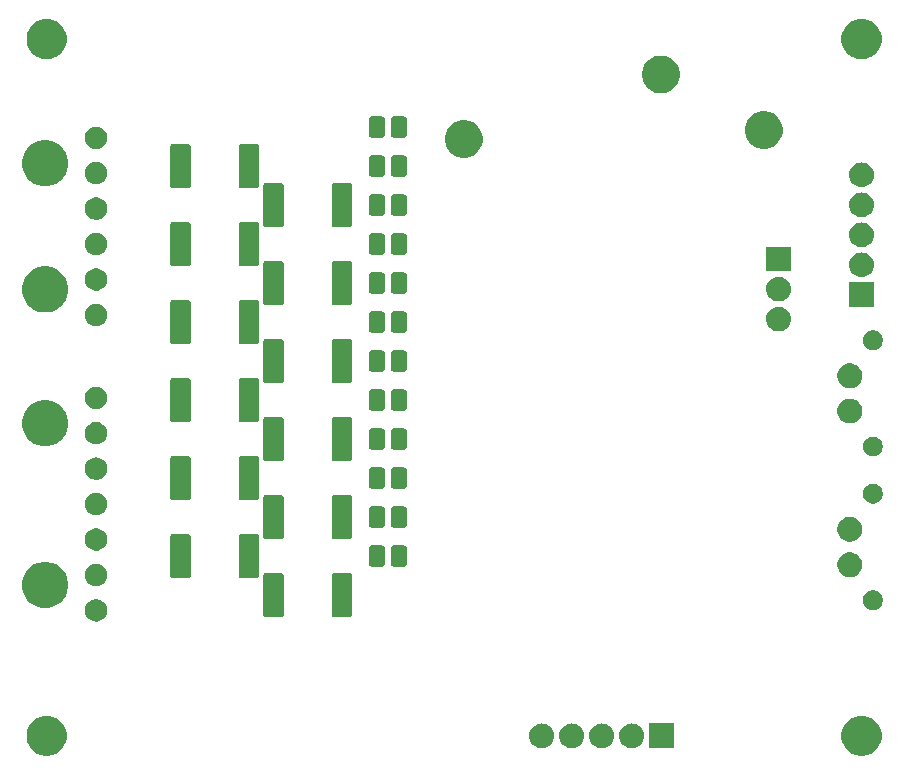
<source format=gbr>
%TF.GenerationSoftware,KiCad,Pcbnew,(5.0.0)*%
%TF.CreationDate,2019-02-02T21:12:50-06:00*%
%TF.ProjectId,BPSVoltage,425053566F6C746167652E6B69636164,rev?*%
%TF.SameCoordinates,Original*%
%TF.FileFunction,Soldermask,Bot*%
%TF.FilePolarity,Negative*%
%FSLAX46Y46*%
G04 Gerber Fmt 4.6, Leading zero omitted, Abs format (unit mm)*
G04 Created by KiCad (PCBNEW (5.0.0)) date 02/02/19 21:12:50*
%MOMM*%
%LPD*%
G01*
G04 APERTURE LIST*
%ADD10C,0.100000*%
G04 APERTURE END LIST*
D10*
G36*
X117386393Y-110343553D02*
X117495872Y-110365330D01*
X117805252Y-110493479D01*
X118083687Y-110679523D01*
X118320477Y-110916313D01*
X118506521Y-111194748D01*
X118634670Y-111504128D01*
X118700000Y-111832565D01*
X118700000Y-112167435D01*
X118634670Y-112495872D01*
X118506521Y-112805252D01*
X118320477Y-113083687D01*
X118083687Y-113320477D01*
X117805252Y-113506521D01*
X117495872Y-113634670D01*
X117386393Y-113656447D01*
X117167437Y-113700000D01*
X116832563Y-113700000D01*
X116613607Y-113656447D01*
X116504128Y-113634670D01*
X116194748Y-113506521D01*
X115916313Y-113320477D01*
X115679523Y-113083687D01*
X115493479Y-112805252D01*
X115365330Y-112495872D01*
X115300000Y-112167435D01*
X115300000Y-111832565D01*
X115365330Y-111504128D01*
X115493479Y-111194748D01*
X115679523Y-110916313D01*
X115916313Y-110679523D01*
X116194748Y-110493479D01*
X116504128Y-110365330D01*
X116613607Y-110343553D01*
X116832563Y-110300000D01*
X117167437Y-110300000D01*
X117386393Y-110343553D01*
X117386393Y-110343553D01*
G37*
G36*
X48386393Y-110343553D02*
X48495872Y-110365330D01*
X48805252Y-110493479D01*
X49083687Y-110679523D01*
X49320477Y-110916313D01*
X49506521Y-111194748D01*
X49634670Y-111504128D01*
X49700000Y-111832565D01*
X49700000Y-112167435D01*
X49634670Y-112495872D01*
X49506521Y-112805252D01*
X49320477Y-113083687D01*
X49083687Y-113320477D01*
X48805252Y-113506521D01*
X48495872Y-113634670D01*
X48386393Y-113656447D01*
X48167437Y-113700000D01*
X47832563Y-113700000D01*
X47613607Y-113656447D01*
X47504128Y-113634670D01*
X47194748Y-113506521D01*
X46916313Y-113320477D01*
X46679523Y-113083687D01*
X46493479Y-112805252D01*
X46365330Y-112495872D01*
X46300000Y-112167435D01*
X46300000Y-111832565D01*
X46365330Y-111504128D01*
X46493479Y-111194748D01*
X46679523Y-110916313D01*
X46916313Y-110679523D01*
X47194748Y-110493479D01*
X47504128Y-110365330D01*
X47613607Y-110343553D01*
X47832563Y-110300000D01*
X48167437Y-110300000D01*
X48386393Y-110343553D01*
X48386393Y-110343553D01*
G37*
G36*
X92588707Y-110957597D02*
X92665836Y-110965193D01*
X92797787Y-111005220D01*
X92863763Y-111025233D01*
X93046172Y-111122733D01*
X93206054Y-111253946D01*
X93337267Y-111413828D01*
X93434767Y-111596237D01*
X93434767Y-111596238D01*
X93494807Y-111794164D01*
X93515080Y-112000000D01*
X93494807Y-112205836D01*
X93454780Y-112337787D01*
X93434767Y-112403763D01*
X93337267Y-112586172D01*
X93206054Y-112746054D01*
X93046172Y-112877267D01*
X92863763Y-112974767D01*
X92797787Y-112994780D01*
X92665836Y-113034807D01*
X92588707Y-113042404D01*
X92511580Y-113050000D01*
X92408420Y-113050000D01*
X92331293Y-113042404D01*
X92254164Y-113034807D01*
X92122213Y-112994780D01*
X92056237Y-112974767D01*
X91873828Y-112877267D01*
X91713946Y-112746054D01*
X91582733Y-112586172D01*
X91485233Y-112403763D01*
X91465220Y-112337787D01*
X91425193Y-112205836D01*
X91404920Y-112000000D01*
X91425193Y-111794164D01*
X91485233Y-111596238D01*
X91485233Y-111596237D01*
X91582733Y-111413828D01*
X91713946Y-111253946D01*
X91873828Y-111122733D01*
X92056237Y-111025233D01*
X92122213Y-111005220D01*
X92254164Y-110965193D01*
X92331293Y-110957597D01*
X92408420Y-110950000D01*
X92511580Y-110950000D01*
X92588707Y-110957597D01*
X92588707Y-110957597D01*
G37*
G36*
X90048707Y-110957597D02*
X90125836Y-110965193D01*
X90257787Y-111005220D01*
X90323763Y-111025233D01*
X90506172Y-111122733D01*
X90666054Y-111253946D01*
X90797267Y-111413828D01*
X90894767Y-111596237D01*
X90894767Y-111596238D01*
X90954807Y-111794164D01*
X90975080Y-112000000D01*
X90954807Y-112205836D01*
X90914780Y-112337787D01*
X90894767Y-112403763D01*
X90797267Y-112586172D01*
X90666054Y-112746054D01*
X90506172Y-112877267D01*
X90323763Y-112974767D01*
X90257787Y-112994780D01*
X90125836Y-113034807D01*
X90048707Y-113042404D01*
X89971580Y-113050000D01*
X89868420Y-113050000D01*
X89791293Y-113042404D01*
X89714164Y-113034807D01*
X89582213Y-112994780D01*
X89516237Y-112974767D01*
X89333828Y-112877267D01*
X89173946Y-112746054D01*
X89042733Y-112586172D01*
X88945233Y-112403763D01*
X88925220Y-112337787D01*
X88885193Y-112205836D01*
X88864920Y-112000000D01*
X88885193Y-111794164D01*
X88945233Y-111596238D01*
X88945233Y-111596237D01*
X89042733Y-111413828D01*
X89173946Y-111253946D01*
X89333828Y-111122733D01*
X89516237Y-111025233D01*
X89582213Y-111005220D01*
X89714164Y-110965193D01*
X89791293Y-110957597D01*
X89868420Y-110950000D01*
X89971580Y-110950000D01*
X90048707Y-110957597D01*
X90048707Y-110957597D01*
G37*
G36*
X101130000Y-113050000D02*
X99030000Y-113050000D01*
X99030000Y-110950000D01*
X101130000Y-110950000D01*
X101130000Y-113050000D01*
X101130000Y-113050000D01*
G37*
G36*
X95128707Y-110957597D02*
X95205836Y-110965193D01*
X95337787Y-111005220D01*
X95403763Y-111025233D01*
X95586172Y-111122733D01*
X95746054Y-111253946D01*
X95877267Y-111413828D01*
X95974767Y-111596237D01*
X95974767Y-111596238D01*
X96034807Y-111794164D01*
X96055080Y-112000000D01*
X96034807Y-112205836D01*
X95994780Y-112337787D01*
X95974767Y-112403763D01*
X95877267Y-112586172D01*
X95746054Y-112746054D01*
X95586172Y-112877267D01*
X95403763Y-112974767D01*
X95337787Y-112994780D01*
X95205836Y-113034807D01*
X95128707Y-113042404D01*
X95051580Y-113050000D01*
X94948420Y-113050000D01*
X94871293Y-113042404D01*
X94794164Y-113034807D01*
X94662213Y-112994780D01*
X94596237Y-112974767D01*
X94413828Y-112877267D01*
X94253946Y-112746054D01*
X94122733Y-112586172D01*
X94025233Y-112403763D01*
X94005220Y-112337787D01*
X93965193Y-112205836D01*
X93944920Y-112000000D01*
X93965193Y-111794164D01*
X94025233Y-111596238D01*
X94025233Y-111596237D01*
X94122733Y-111413828D01*
X94253946Y-111253946D01*
X94413828Y-111122733D01*
X94596237Y-111025233D01*
X94662213Y-111005220D01*
X94794164Y-110965193D01*
X94871293Y-110957597D01*
X94948420Y-110950000D01*
X95051580Y-110950000D01*
X95128707Y-110957597D01*
X95128707Y-110957597D01*
G37*
G36*
X97668707Y-110957597D02*
X97745836Y-110965193D01*
X97877787Y-111005220D01*
X97943763Y-111025233D01*
X98126172Y-111122733D01*
X98286054Y-111253946D01*
X98417267Y-111413828D01*
X98514767Y-111596237D01*
X98514767Y-111596238D01*
X98574807Y-111794164D01*
X98595080Y-112000000D01*
X98574807Y-112205836D01*
X98534780Y-112337787D01*
X98514767Y-112403763D01*
X98417267Y-112586172D01*
X98286054Y-112746054D01*
X98126172Y-112877267D01*
X97943763Y-112974767D01*
X97877787Y-112994780D01*
X97745836Y-113034807D01*
X97668707Y-113042404D01*
X97591580Y-113050000D01*
X97488420Y-113050000D01*
X97411293Y-113042404D01*
X97334164Y-113034807D01*
X97202213Y-112994780D01*
X97136237Y-112974767D01*
X96953828Y-112877267D01*
X96793946Y-112746054D01*
X96662733Y-112586172D01*
X96565233Y-112403763D01*
X96545220Y-112337787D01*
X96505193Y-112205836D01*
X96484920Y-112000000D01*
X96505193Y-111794164D01*
X96565233Y-111596238D01*
X96565233Y-111596237D01*
X96662733Y-111413828D01*
X96793946Y-111253946D01*
X96953828Y-111122733D01*
X97136237Y-111025233D01*
X97202213Y-111005220D01*
X97334164Y-110965193D01*
X97411293Y-110957597D01*
X97488420Y-110950000D01*
X97591580Y-110950000D01*
X97668707Y-110957597D01*
X97668707Y-110957597D01*
G37*
G36*
X52336451Y-100434627D02*
X52474105Y-100462008D01*
X52646994Y-100533621D01*
X52802590Y-100637587D01*
X52934913Y-100769910D01*
X53038879Y-100925506D01*
X53110492Y-101098395D01*
X53147000Y-101281933D01*
X53147000Y-101469067D01*
X53110492Y-101652605D01*
X53038879Y-101825494D01*
X52934913Y-101981090D01*
X52802590Y-102113413D01*
X52646994Y-102217379D01*
X52474105Y-102288992D01*
X52336451Y-102316373D01*
X52290568Y-102325500D01*
X52103432Y-102325500D01*
X52057549Y-102316373D01*
X51919895Y-102288992D01*
X51747006Y-102217379D01*
X51591410Y-102113413D01*
X51459087Y-101981090D01*
X51355121Y-101825494D01*
X51283508Y-101652605D01*
X51247000Y-101469067D01*
X51247000Y-101281933D01*
X51283508Y-101098395D01*
X51355121Y-100925506D01*
X51459087Y-100769910D01*
X51591410Y-100637587D01*
X51747006Y-100533621D01*
X51919895Y-100462008D01*
X52057548Y-100434627D01*
X52103432Y-100425500D01*
X52290568Y-100425500D01*
X52336451Y-100434627D01*
X52336451Y-100434627D01*
G37*
G36*
X67881378Y-98206308D02*
X67927302Y-98220239D01*
X67969615Y-98242855D01*
X68006705Y-98273295D01*
X68037145Y-98310385D01*
X68059761Y-98352698D01*
X68073692Y-98398622D01*
X68079000Y-98452511D01*
X68079000Y-101699489D01*
X68073692Y-101753378D01*
X68059761Y-101799302D01*
X68037145Y-101841615D01*
X68006705Y-101878705D01*
X67969615Y-101909145D01*
X67927302Y-101931761D01*
X67881378Y-101945692D01*
X67827489Y-101951000D01*
X66580511Y-101951000D01*
X66526622Y-101945692D01*
X66480698Y-101931761D01*
X66438385Y-101909145D01*
X66401295Y-101878705D01*
X66370855Y-101841615D01*
X66348239Y-101799302D01*
X66334308Y-101753378D01*
X66329000Y-101699489D01*
X66329000Y-98452511D01*
X66334308Y-98398622D01*
X66348239Y-98352698D01*
X66370855Y-98310385D01*
X66401295Y-98273295D01*
X66438385Y-98242855D01*
X66480698Y-98220239D01*
X66526622Y-98206308D01*
X66580511Y-98201000D01*
X67827489Y-98201000D01*
X67881378Y-98206308D01*
X67881378Y-98206308D01*
G37*
G36*
X73681378Y-98206308D02*
X73727302Y-98220239D01*
X73769615Y-98242855D01*
X73806705Y-98273295D01*
X73837145Y-98310385D01*
X73859761Y-98352698D01*
X73873692Y-98398622D01*
X73879000Y-98452511D01*
X73879000Y-101699489D01*
X73873692Y-101753378D01*
X73859761Y-101799302D01*
X73837145Y-101841615D01*
X73806705Y-101878705D01*
X73769615Y-101909145D01*
X73727302Y-101931761D01*
X73681378Y-101945692D01*
X73627489Y-101951000D01*
X72380511Y-101951000D01*
X72326622Y-101945692D01*
X72280698Y-101931761D01*
X72238385Y-101909145D01*
X72201295Y-101878705D01*
X72170855Y-101841615D01*
X72148239Y-101799302D01*
X72134308Y-101753378D01*
X72129000Y-101699489D01*
X72129000Y-98452511D01*
X72134308Y-98398622D01*
X72148239Y-98352698D01*
X72170855Y-98310385D01*
X72201295Y-98273295D01*
X72238385Y-98242855D01*
X72280698Y-98220239D01*
X72326622Y-98206308D01*
X72380511Y-98201000D01*
X73627489Y-98201000D01*
X73681378Y-98206308D01*
X73681378Y-98206308D01*
G37*
G36*
X118203558Y-99697088D02*
X118355522Y-99760033D01*
X118492284Y-99851415D01*
X118608585Y-99967716D01*
X118699967Y-100104478D01*
X118762912Y-100256442D01*
X118795000Y-100417758D01*
X118795000Y-100582242D01*
X118762912Y-100743558D01*
X118699967Y-100895522D01*
X118608585Y-101032284D01*
X118492284Y-101148585D01*
X118355522Y-101239967D01*
X118203558Y-101302912D01*
X118042242Y-101335000D01*
X117877758Y-101335000D01*
X117716442Y-101302912D01*
X117564478Y-101239967D01*
X117427716Y-101148585D01*
X117311415Y-101032284D01*
X117220033Y-100895522D01*
X117157088Y-100743558D01*
X117125000Y-100582242D01*
X117125000Y-100417758D01*
X117157088Y-100256442D01*
X117220033Y-100104478D01*
X117311415Y-99967716D01*
X117427716Y-99851415D01*
X117564478Y-99760033D01*
X117716442Y-99697088D01*
X117877758Y-99665000D01*
X118042242Y-99665000D01*
X118203558Y-99697088D01*
X118203558Y-99697088D01*
G37*
G36*
X48447793Y-97341437D02*
X48802670Y-97488432D01*
X49122055Y-97701838D01*
X49393662Y-97973445D01*
X49607068Y-98292830D01*
X49754063Y-98647707D01*
X49829000Y-99024440D01*
X49829000Y-99408560D01*
X49754063Y-99785293D01*
X49607068Y-100140170D01*
X49393662Y-100459555D01*
X49122055Y-100731162D01*
X48802670Y-100944568D01*
X48447793Y-101091563D01*
X48071060Y-101166500D01*
X47686940Y-101166500D01*
X47310207Y-101091563D01*
X46955330Y-100944568D01*
X46635945Y-100731162D01*
X46364338Y-100459555D01*
X46150932Y-100140170D01*
X46003937Y-99785293D01*
X45929000Y-99408560D01*
X45929000Y-99024440D01*
X46003937Y-98647707D01*
X46150932Y-98292830D01*
X46364338Y-97973445D01*
X46635945Y-97701838D01*
X46955330Y-97488432D01*
X47310207Y-97341437D01*
X47686940Y-97266500D01*
X48071060Y-97266500D01*
X48447793Y-97341437D01*
X48447793Y-97341437D01*
G37*
G36*
X52336452Y-97434627D02*
X52474105Y-97462008D01*
X52646994Y-97533621D01*
X52802590Y-97637587D01*
X52934913Y-97769910D01*
X53038879Y-97925506D01*
X53110492Y-98098395D01*
X53147000Y-98281933D01*
X53147000Y-98469067D01*
X53110492Y-98652605D01*
X53038879Y-98825494D01*
X52934913Y-98981090D01*
X52802590Y-99113413D01*
X52646994Y-99217379D01*
X52474105Y-99288992D01*
X52336451Y-99316373D01*
X52290568Y-99325500D01*
X52103432Y-99325500D01*
X52057548Y-99316373D01*
X51919895Y-99288992D01*
X51747006Y-99217379D01*
X51591410Y-99113413D01*
X51459087Y-98981090D01*
X51355121Y-98825494D01*
X51283508Y-98652605D01*
X51247000Y-98469067D01*
X51247000Y-98281933D01*
X51283508Y-98098395D01*
X51355121Y-97925506D01*
X51459087Y-97769910D01*
X51591410Y-97637587D01*
X51747006Y-97533621D01*
X51919895Y-97462008D01*
X52057549Y-97434627D01*
X52103432Y-97425500D01*
X52290568Y-97425500D01*
X52336452Y-97434627D01*
X52336452Y-97434627D01*
G37*
G36*
X65807378Y-94904308D02*
X65853302Y-94918239D01*
X65895615Y-94940855D01*
X65932705Y-94971295D01*
X65963145Y-95008385D01*
X65985761Y-95050698D01*
X65999692Y-95096622D01*
X66005000Y-95150511D01*
X66005000Y-98397489D01*
X65999692Y-98451378D01*
X65985761Y-98497302D01*
X65963145Y-98539615D01*
X65932705Y-98576705D01*
X65895615Y-98607145D01*
X65853302Y-98629761D01*
X65807378Y-98643692D01*
X65753489Y-98649000D01*
X64506511Y-98649000D01*
X64452622Y-98643692D01*
X64406698Y-98629761D01*
X64364385Y-98607145D01*
X64327295Y-98576705D01*
X64296855Y-98539615D01*
X64274239Y-98497302D01*
X64260308Y-98451378D01*
X64255000Y-98397489D01*
X64255000Y-95150511D01*
X64260308Y-95096622D01*
X64274239Y-95050698D01*
X64296855Y-95008385D01*
X64327295Y-94971295D01*
X64364385Y-94940855D01*
X64406698Y-94918239D01*
X64452622Y-94904308D01*
X64506511Y-94899000D01*
X65753489Y-94899000D01*
X65807378Y-94904308D01*
X65807378Y-94904308D01*
G37*
G36*
X60007378Y-94904308D02*
X60053302Y-94918239D01*
X60095615Y-94940855D01*
X60132705Y-94971295D01*
X60163145Y-95008385D01*
X60185761Y-95050698D01*
X60199692Y-95096622D01*
X60205000Y-95150511D01*
X60205000Y-98397489D01*
X60199692Y-98451378D01*
X60185761Y-98497302D01*
X60163145Y-98539615D01*
X60132705Y-98576705D01*
X60095615Y-98607145D01*
X60053302Y-98629761D01*
X60007378Y-98643692D01*
X59953489Y-98649000D01*
X58706511Y-98649000D01*
X58652622Y-98643692D01*
X58606698Y-98629761D01*
X58564385Y-98607145D01*
X58527295Y-98576705D01*
X58496855Y-98539615D01*
X58474239Y-98497302D01*
X58460308Y-98451378D01*
X58455000Y-98397489D01*
X58455000Y-95150511D01*
X58460308Y-95096622D01*
X58474239Y-95050698D01*
X58496855Y-95008385D01*
X58527295Y-94971295D01*
X58564385Y-94940855D01*
X58606698Y-94918239D01*
X58652622Y-94904308D01*
X58706511Y-94899000D01*
X59953489Y-94899000D01*
X60007378Y-94904308D01*
X60007378Y-94904308D01*
G37*
G36*
X116125888Y-96454470D02*
X116306274Y-96490350D01*
X116497362Y-96569502D01*
X116669336Y-96684411D01*
X116815589Y-96830664D01*
X116930498Y-97002638D01*
X117009650Y-97193726D01*
X117039031Y-97341437D01*
X117050000Y-97396583D01*
X117050000Y-97603417D01*
X117045530Y-97625888D01*
X117009650Y-97806274D01*
X116930498Y-97997362D01*
X116815589Y-98169336D01*
X116669336Y-98315589D01*
X116497362Y-98430498D01*
X116306274Y-98509650D01*
X116125888Y-98545530D01*
X116103417Y-98550000D01*
X115896583Y-98550000D01*
X115874112Y-98545530D01*
X115693726Y-98509650D01*
X115502638Y-98430498D01*
X115330664Y-98315589D01*
X115184411Y-98169336D01*
X115069502Y-97997362D01*
X114990350Y-97806274D01*
X114954470Y-97625888D01*
X114950000Y-97603417D01*
X114950000Y-97396583D01*
X114960969Y-97341437D01*
X114990350Y-97193726D01*
X115069502Y-97002638D01*
X115184411Y-96830664D01*
X115330664Y-96684411D01*
X115502638Y-96569502D01*
X115693726Y-96490350D01*
X115874112Y-96454470D01*
X115896583Y-96450000D01*
X116103417Y-96450000D01*
X116125888Y-96454470D01*
X116125888Y-96454470D01*
G37*
G36*
X78281997Y-95879997D02*
X78334653Y-95895970D01*
X78383165Y-95921900D01*
X78425696Y-95956804D01*
X78460600Y-95999335D01*
X78486530Y-96047847D01*
X78502503Y-96100503D01*
X78508500Y-96161390D01*
X78508500Y-97386610D01*
X78502503Y-97447497D01*
X78486530Y-97500153D01*
X78460600Y-97548665D01*
X78425696Y-97591196D01*
X78383165Y-97626100D01*
X78334653Y-97652030D01*
X78281997Y-97668003D01*
X78221110Y-97674000D01*
X77420890Y-97674000D01*
X77360003Y-97668003D01*
X77307347Y-97652030D01*
X77258835Y-97626100D01*
X77216304Y-97591196D01*
X77181400Y-97548665D01*
X77155470Y-97500153D01*
X77139497Y-97447497D01*
X77133500Y-97386610D01*
X77133500Y-96161390D01*
X77139497Y-96100503D01*
X77155470Y-96047847D01*
X77181400Y-95999335D01*
X77216304Y-95956804D01*
X77258835Y-95921900D01*
X77307347Y-95895970D01*
X77360003Y-95879997D01*
X77420890Y-95874000D01*
X78221110Y-95874000D01*
X78281997Y-95879997D01*
X78281997Y-95879997D01*
G37*
G36*
X76406997Y-95879997D02*
X76459653Y-95895970D01*
X76508165Y-95921900D01*
X76550696Y-95956804D01*
X76585600Y-95999335D01*
X76611530Y-96047847D01*
X76627503Y-96100503D01*
X76633500Y-96161390D01*
X76633500Y-97386610D01*
X76627503Y-97447497D01*
X76611530Y-97500153D01*
X76585600Y-97548665D01*
X76550696Y-97591196D01*
X76508165Y-97626100D01*
X76459653Y-97652030D01*
X76406997Y-97668003D01*
X76346110Y-97674000D01*
X75545890Y-97674000D01*
X75485003Y-97668003D01*
X75432347Y-97652030D01*
X75383835Y-97626100D01*
X75341304Y-97591196D01*
X75306400Y-97548665D01*
X75280470Y-97500153D01*
X75264497Y-97447497D01*
X75258500Y-97386610D01*
X75258500Y-96161390D01*
X75264497Y-96100503D01*
X75280470Y-96047847D01*
X75306400Y-95999335D01*
X75341304Y-95956804D01*
X75383835Y-95921900D01*
X75432347Y-95895970D01*
X75485003Y-95879997D01*
X75545890Y-95874000D01*
X76346110Y-95874000D01*
X76406997Y-95879997D01*
X76406997Y-95879997D01*
G37*
G36*
X52336452Y-94434627D02*
X52474105Y-94462008D01*
X52646994Y-94533621D01*
X52802590Y-94637587D01*
X52934913Y-94769910D01*
X53038879Y-94925506D01*
X53110492Y-95098395D01*
X53147000Y-95281933D01*
X53147000Y-95469067D01*
X53110492Y-95652605D01*
X53038879Y-95825494D01*
X52934913Y-95981090D01*
X52802590Y-96113413D01*
X52646994Y-96217379D01*
X52474105Y-96288992D01*
X52336451Y-96316373D01*
X52290568Y-96325500D01*
X52103432Y-96325500D01*
X52057549Y-96316373D01*
X51919895Y-96288992D01*
X51747006Y-96217379D01*
X51591410Y-96113413D01*
X51459087Y-95981090D01*
X51355121Y-95825494D01*
X51283508Y-95652605D01*
X51247000Y-95469067D01*
X51247000Y-95281933D01*
X51283508Y-95098395D01*
X51355121Y-94925506D01*
X51459087Y-94769910D01*
X51591410Y-94637587D01*
X51747006Y-94533621D01*
X51919895Y-94462008D01*
X52057548Y-94434627D01*
X52103432Y-94425500D01*
X52290568Y-94425500D01*
X52336452Y-94434627D01*
X52336452Y-94434627D01*
G37*
G36*
X116125888Y-93454470D02*
X116306274Y-93490350D01*
X116497362Y-93569502D01*
X116669336Y-93684411D01*
X116815589Y-93830664D01*
X116930498Y-94002638D01*
X117009650Y-94193726D01*
X117050000Y-94396584D01*
X117050000Y-94603416D01*
X117009650Y-94806274D01*
X116930498Y-94997362D01*
X116815589Y-95169336D01*
X116669336Y-95315589D01*
X116497362Y-95430498D01*
X116306274Y-95509650D01*
X116125888Y-95545530D01*
X116103417Y-95550000D01*
X115896583Y-95550000D01*
X115874112Y-95545530D01*
X115693726Y-95509650D01*
X115502638Y-95430498D01*
X115330664Y-95315589D01*
X115184411Y-95169336D01*
X115069502Y-94997362D01*
X114990350Y-94806274D01*
X114950000Y-94603416D01*
X114950000Y-94396584D01*
X114990350Y-94193726D01*
X115069502Y-94002638D01*
X115184411Y-93830664D01*
X115330664Y-93684411D01*
X115502638Y-93569502D01*
X115693726Y-93490350D01*
X115874112Y-93454470D01*
X115896583Y-93450000D01*
X116103417Y-93450000D01*
X116125888Y-93454470D01*
X116125888Y-93454470D01*
G37*
G36*
X67881378Y-91602308D02*
X67927302Y-91616239D01*
X67969615Y-91638855D01*
X68006705Y-91669295D01*
X68037145Y-91706385D01*
X68059761Y-91748698D01*
X68073692Y-91794622D01*
X68079000Y-91848511D01*
X68079000Y-95095489D01*
X68073692Y-95149378D01*
X68059761Y-95195302D01*
X68037145Y-95237615D01*
X68006705Y-95274705D01*
X67969615Y-95305145D01*
X67927302Y-95327761D01*
X67881378Y-95341692D01*
X67827489Y-95347000D01*
X66580511Y-95347000D01*
X66526622Y-95341692D01*
X66480698Y-95327761D01*
X66438385Y-95305145D01*
X66401295Y-95274705D01*
X66370855Y-95237615D01*
X66348239Y-95195302D01*
X66334308Y-95149378D01*
X66329000Y-95095489D01*
X66329000Y-91848511D01*
X66334308Y-91794622D01*
X66348239Y-91748698D01*
X66370855Y-91706385D01*
X66401295Y-91669295D01*
X66438385Y-91638855D01*
X66480698Y-91616239D01*
X66526622Y-91602308D01*
X66580511Y-91597000D01*
X67827489Y-91597000D01*
X67881378Y-91602308D01*
X67881378Y-91602308D01*
G37*
G36*
X73681378Y-91602308D02*
X73727302Y-91616239D01*
X73769615Y-91638855D01*
X73806705Y-91669295D01*
X73837145Y-91706385D01*
X73859761Y-91748698D01*
X73873692Y-91794622D01*
X73879000Y-91848511D01*
X73879000Y-95095489D01*
X73873692Y-95149378D01*
X73859761Y-95195302D01*
X73837145Y-95237615D01*
X73806705Y-95274705D01*
X73769615Y-95305145D01*
X73727302Y-95327761D01*
X73681378Y-95341692D01*
X73627489Y-95347000D01*
X72380511Y-95347000D01*
X72326622Y-95341692D01*
X72280698Y-95327761D01*
X72238385Y-95305145D01*
X72201295Y-95274705D01*
X72170855Y-95237615D01*
X72148239Y-95195302D01*
X72134308Y-95149378D01*
X72129000Y-95095489D01*
X72129000Y-91848511D01*
X72134308Y-91794622D01*
X72148239Y-91748698D01*
X72170855Y-91706385D01*
X72201295Y-91669295D01*
X72238385Y-91638855D01*
X72280698Y-91616239D01*
X72326622Y-91602308D01*
X72380511Y-91597000D01*
X73627489Y-91597000D01*
X73681378Y-91602308D01*
X73681378Y-91602308D01*
G37*
G36*
X78281997Y-92577997D02*
X78334653Y-92593970D01*
X78383165Y-92619900D01*
X78425696Y-92654804D01*
X78460600Y-92697335D01*
X78486530Y-92745847D01*
X78502503Y-92798503D01*
X78508500Y-92859390D01*
X78508500Y-94084610D01*
X78502503Y-94145497D01*
X78486530Y-94198153D01*
X78460600Y-94246665D01*
X78425696Y-94289196D01*
X78383165Y-94324100D01*
X78334653Y-94350030D01*
X78281997Y-94366003D01*
X78221110Y-94372000D01*
X77420890Y-94372000D01*
X77360003Y-94366003D01*
X77307347Y-94350030D01*
X77258835Y-94324100D01*
X77216304Y-94289196D01*
X77181400Y-94246665D01*
X77155470Y-94198153D01*
X77139497Y-94145497D01*
X77133500Y-94084610D01*
X77133500Y-92859390D01*
X77139497Y-92798503D01*
X77155470Y-92745847D01*
X77181400Y-92697335D01*
X77216304Y-92654804D01*
X77258835Y-92619900D01*
X77307347Y-92593970D01*
X77360003Y-92577997D01*
X77420890Y-92572000D01*
X78221110Y-92572000D01*
X78281997Y-92577997D01*
X78281997Y-92577997D01*
G37*
G36*
X76406997Y-92577997D02*
X76459653Y-92593970D01*
X76508165Y-92619900D01*
X76550696Y-92654804D01*
X76585600Y-92697335D01*
X76611530Y-92745847D01*
X76627503Y-92798503D01*
X76633500Y-92859390D01*
X76633500Y-94084610D01*
X76627503Y-94145497D01*
X76611530Y-94198153D01*
X76585600Y-94246665D01*
X76550696Y-94289196D01*
X76508165Y-94324100D01*
X76459653Y-94350030D01*
X76406997Y-94366003D01*
X76346110Y-94372000D01*
X75545890Y-94372000D01*
X75485003Y-94366003D01*
X75432347Y-94350030D01*
X75383835Y-94324100D01*
X75341304Y-94289196D01*
X75306400Y-94246665D01*
X75280470Y-94198153D01*
X75264497Y-94145497D01*
X75258500Y-94084610D01*
X75258500Y-92859390D01*
X75264497Y-92798503D01*
X75280470Y-92745847D01*
X75306400Y-92697335D01*
X75341304Y-92654804D01*
X75383835Y-92619900D01*
X75432347Y-92593970D01*
X75485003Y-92577997D01*
X75545890Y-92572000D01*
X76346110Y-92572000D01*
X76406997Y-92577997D01*
X76406997Y-92577997D01*
G37*
G36*
X52336452Y-91434627D02*
X52474105Y-91462008D01*
X52646994Y-91533621D01*
X52802590Y-91637587D01*
X52934913Y-91769910D01*
X53038879Y-91925506D01*
X53110492Y-92098395D01*
X53147000Y-92281933D01*
X53147000Y-92469067D01*
X53110492Y-92652605D01*
X53038879Y-92825494D01*
X52934913Y-92981090D01*
X52802590Y-93113413D01*
X52646994Y-93217379D01*
X52474105Y-93288992D01*
X52336452Y-93316373D01*
X52290568Y-93325500D01*
X52103432Y-93325500D01*
X52057548Y-93316373D01*
X51919895Y-93288992D01*
X51747006Y-93217379D01*
X51591410Y-93113413D01*
X51459087Y-92981090D01*
X51355121Y-92825494D01*
X51283508Y-92652605D01*
X51247000Y-92469067D01*
X51247000Y-92281933D01*
X51283508Y-92098395D01*
X51355121Y-91925506D01*
X51459087Y-91769910D01*
X51591410Y-91637587D01*
X51747006Y-91533621D01*
X51919895Y-91462008D01*
X52057548Y-91434627D01*
X52103432Y-91425500D01*
X52290568Y-91425500D01*
X52336452Y-91434627D01*
X52336452Y-91434627D01*
G37*
G36*
X118203558Y-90697088D02*
X118355522Y-90760033D01*
X118492284Y-90851415D01*
X118608585Y-90967716D01*
X118699967Y-91104478D01*
X118762912Y-91256442D01*
X118795000Y-91417758D01*
X118795000Y-91582242D01*
X118762912Y-91743558D01*
X118699967Y-91895522D01*
X118608585Y-92032284D01*
X118492284Y-92148585D01*
X118355522Y-92239967D01*
X118203558Y-92302912D01*
X118042242Y-92335000D01*
X117877758Y-92335000D01*
X117716442Y-92302912D01*
X117564478Y-92239967D01*
X117427716Y-92148585D01*
X117311415Y-92032284D01*
X117220033Y-91895522D01*
X117157088Y-91743558D01*
X117125000Y-91582242D01*
X117125000Y-91417758D01*
X117157088Y-91256442D01*
X117220033Y-91104478D01*
X117311415Y-90967716D01*
X117427716Y-90851415D01*
X117564478Y-90760033D01*
X117716442Y-90697088D01*
X117877758Y-90665000D01*
X118042242Y-90665000D01*
X118203558Y-90697088D01*
X118203558Y-90697088D01*
G37*
G36*
X65807378Y-88300308D02*
X65853302Y-88314239D01*
X65895615Y-88336855D01*
X65932705Y-88367295D01*
X65963145Y-88404385D01*
X65985761Y-88446698D01*
X65999692Y-88492622D01*
X66005000Y-88546511D01*
X66005000Y-91793489D01*
X65999692Y-91847378D01*
X65985761Y-91893302D01*
X65963145Y-91935615D01*
X65932705Y-91972705D01*
X65895615Y-92003145D01*
X65853302Y-92025761D01*
X65807378Y-92039692D01*
X65753489Y-92045000D01*
X64506511Y-92045000D01*
X64452622Y-92039692D01*
X64406698Y-92025761D01*
X64364385Y-92003145D01*
X64327295Y-91972705D01*
X64296855Y-91935615D01*
X64274239Y-91893302D01*
X64260308Y-91847378D01*
X64255000Y-91793489D01*
X64255000Y-88546511D01*
X64260308Y-88492622D01*
X64274239Y-88446698D01*
X64296855Y-88404385D01*
X64327295Y-88367295D01*
X64364385Y-88336855D01*
X64406698Y-88314239D01*
X64452622Y-88300308D01*
X64506511Y-88295000D01*
X65753489Y-88295000D01*
X65807378Y-88300308D01*
X65807378Y-88300308D01*
G37*
G36*
X60007378Y-88300308D02*
X60053302Y-88314239D01*
X60095615Y-88336855D01*
X60132705Y-88367295D01*
X60163145Y-88404385D01*
X60185761Y-88446698D01*
X60199692Y-88492622D01*
X60205000Y-88546511D01*
X60205000Y-91793489D01*
X60199692Y-91847378D01*
X60185761Y-91893302D01*
X60163145Y-91935615D01*
X60132705Y-91972705D01*
X60095615Y-92003145D01*
X60053302Y-92025761D01*
X60007378Y-92039692D01*
X59953489Y-92045000D01*
X58706511Y-92045000D01*
X58652622Y-92039692D01*
X58606698Y-92025761D01*
X58564385Y-92003145D01*
X58527295Y-91972705D01*
X58496855Y-91935615D01*
X58474239Y-91893302D01*
X58460308Y-91847378D01*
X58455000Y-91793489D01*
X58455000Y-88546511D01*
X58460308Y-88492622D01*
X58474239Y-88446698D01*
X58496855Y-88404385D01*
X58527295Y-88367295D01*
X58564385Y-88336855D01*
X58606698Y-88314239D01*
X58652622Y-88300308D01*
X58706511Y-88295000D01*
X59953489Y-88295000D01*
X60007378Y-88300308D01*
X60007378Y-88300308D01*
G37*
G36*
X76406997Y-89275997D02*
X76459653Y-89291970D01*
X76508165Y-89317900D01*
X76550696Y-89352804D01*
X76585600Y-89395335D01*
X76611530Y-89443847D01*
X76627503Y-89496503D01*
X76633500Y-89557390D01*
X76633500Y-90782610D01*
X76627503Y-90843497D01*
X76611530Y-90896153D01*
X76585600Y-90944665D01*
X76550696Y-90987196D01*
X76508165Y-91022100D01*
X76459653Y-91048030D01*
X76406997Y-91064003D01*
X76346110Y-91070000D01*
X75545890Y-91070000D01*
X75485003Y-91064003D01*
X75432347Y-91048030D01*
X75383835Y-91022100D01*
X75341304Y-90987196D01*
X75306400Y-90944665D01*
X75280470Y-90896153D01*
X75264497Y-90843497D01*
X75258500Y-90782610D01*
X75258500Y-89557390D01*
X75264497Y-89496503D01*
X75280470Y-89443847D01*
X75306400Y-89395335D01*
X75341304Y-89352804D01*
X75383835Y-89317900D01*
X75432347Y-89291970D01*
X75485003Y-89275997D01*
X75545890Y-89270000D01*
X76346110Y-89270000D01*
X76406997Y-89275997D01*
X76406997Y-89275997D01*
G37*
G36*
X78281997Y-89275997D02*
X78334653Y-89291970D01*
X78383165Y-89317900D01*
X78425696Y-89352804D01*
X78460600Y-89395335D01*
X78486530Y-89443847D01*
X78502503Y-89496503D01*
X78508500Y-89557390D01*
X78508500Y-90782610D01*
X78502503Y-90843497D01*
X78486530Y-90896153D01*
X78460600Y-90944665D01*
X78425696Y-90987196D01*
X78383165Y-91022100D01*
X78334653Y-91048030D01*
X78281997Y-91064003D01*
X78221110Y-91070000D01*
X77420890Y-91070000D01*
X77360003Y-91064003D01*
X77307347Y-91048030D01*
X77258835Y-91022100D01*
X77216304Y-90987196D01*
X77181400Y-90944665D01*
X77155470Y-90896153D01*
X77139497Y-90843497D01*
X77133500Y-90782610D01*
X77133500Y-89557390D01*
X77139497Y-89496503D01*
X77155470Y-89443847D01*
X77181400Y-89395335D01*
X77216304Y-89352804D01*
X77258835Y-89317900D01*
X77307347Y-89291970D01*
X77360003Y-89275997D01*
X77420890Y-89270000D01*
X78221110Y-89270000D01*
X78281997Y-89275997D01*
X78281997Y-89275997D01*
G37*
G36*
X52336451Y-88434627D02*
X52474105Y-88462008D01*
X52646994Y-88533621D01*
X52802590Y-88637587D01*
X52934913Y-88769910D01*
X53038879Y-88925506D01*
X53110492Y-89098395D01*
X53137873Y-89236049D01*
X53144627Y-89270000D01*
X53147000Y-89281933D01*
X53147000Y-89469067D01*
X53110492Y-89652605D01*
X53038879Y-89825494D01*
X52934913Y-89981090D01*
X52802590Y-90113413D01*
X52646994Y-90217379D01*
X52474105Y-90288992D01*
X52336452Y-90316373D01*
X52290568Y-90325500D01*
X52103432Y-90325500D01*
X52057548Y-90316373D01*
X51919895Y-90288992D01*
X51747006Y-90217379D01*
X51591410Y-90113413D01*
X51459087Y-89981090D01*
X51355121Y-89825494D01*
X51283508Y-89652605D01*
X51247000Y-89469067D01*
X51247000Y-89281933D01*
X51249374Y-89270000D01*
X51256127Y-89236049D01*
X51283508Y-89098395D01*
X51355121Y-88925506D01*
X51459087Y-88769910D01*
X51591410Y-88637587D01*
X51747006Y-88533621D01*
X51919895Y-88462008D01*
X52057549Y-88434627D01*
X52103432Y-88425500D01*
X52290568Y-88425500D01*
X52336451Y-88434627D01*
X52336451Y-88434627D01*
G37*
G36*
X73681378Y-84998308D02*
X73727302Y-85012239D01*
X73769615Y-85034855D01*
X73806705Y-85065295D01*
X73837145Y-85102385D01*
X73859761Y-85144698D01*
X73873692Y-85190622D01*
X73879000Y-85244511D01*
X73879000Y-88491489D01*
X73873692Y-88545378D01*
X73859761Y-88591302D01*
X73837145Y-88633615D01*
X73806705Y-88670705D01*
X73769615Y-88701145D01*
X73727302Y-88723761D01*
X73681378Y-88737692D01*
X73627489Y-88743000D01*
X72380511Y-88743000D01*
X72326622Y-88737692D01*
X72280698Y-88723761D01*
X72238385Y-88701145D01*
X72201295Y-88670705D01*
X72170855Y-88633615D01*
X72148239Y-88591302D01*
X72134308Y-88545378D01*
X72129000Y-88491489D01*
X72129000Y-85244511D01*
X72134308Y-85190622D01*
X72148239Y-85144698D01*
X72170855Y-85102385D01*
X72201295Y-85065295D01*
X72238385Y-85034855D01*
X72280698Y-85012239D01*
X72326622Y-84998308D01*
X72380511Y-84993000D01*
X73627489Y-84993000D01*
X73681378Y-84998308D01*
X73681378Y-84998308D01*
G37*
G36*
X67881378Y-84998308D02*
X67927302Y-85012239D01*
X67969615Y-85034855D01*
X68006705Y-85065295D01*
X68037145Y-85102385D01*
X68059761Y-85144698D01*
X68073692Y-85190622D01*
X68079000Y-85244511D01*
X68079000Y-88491489D01*
X68073692Y-88545378D01*
X68059761Y-88591302D01*
X68037145Y-88633615D01*
X68006705Y-88670705D01*
X67969615Y-88701145D01*
X67927302Y-88723761D01*
X67881378Y-88737692D01*
X67827489Y-88743000D01*
X66580511Y-88743000D01*
X66526622Y-88737692D01*
X66480698Y-88723761D01*
X66438385Y-88701145D01*
X66401295Y-88670705D01*
X66370855Y-88633615D01*
X66348239Y-88591302D01*
X66334308Y-88545378D01*
X66329000Y-88491489D01*
X66329000Y-85244511D01*
X66334308Y-85190622D01*
X66348239Y-85144698D01*
X66370855Y-85102385D01*
X66401295Y-85065295D01*
X66438385Y-85034855D01*
X66480698Y-85012239D01*
X66526622Y-84998308D01*
X66580511Y-84993000D01*
X67827489Y-84993000D01*
X67881378Y-84998308D01*
X67881378Y-84998308D01*
G37*
G36*
X118203558Y-86697088D02*
X118355522Y-86760033D01*
X118492284Y-86851415D01*
X118608585Y-86967716D01*
X118699967Y-87104478D01*
X118762912Y-87256442D01*
X118795000Y-87417758D01*
X118795000Y-87582242D01*
X118762912Y-87743558D01*
X118699967Y-87895522D01*
X118608585Y-88032284D01*
X118492284Y-88148585D01*
X118355522Y-88239967D01*
X118203558Y-88302912D01*
X118042242Y-88335000D01*
X117877758Y-88335000D01*
X117716442Y-88302912D01*
X117564478Y-88239967D01*
X117427716Y-88148585D01*
X117311415Y-88032284D01*
X117220033Y-87895522D01*
X117157088Y-87743558D01*
X117125000Y-87582242D01*
X117125000Y-87417758D01*
X117157088Y-87256442D01*
X117220033Y-87104478D01*
X117311415Y-86967716D01*
X117427716Y-86851415D01*
X117564478Y-86760033D01*
X117716442Y-86697088D01*
X117877758Y-86665000D01*
X118042242Y-86665000D01*
X118203558Y-86697088D01*
X118203558Y-86697088D01*
G37*
G36*
X76406997Y-85973997D02*
X76459653Y-85989970D01*
X76508165Y-86015900D01*
X76550696Y-86050804D01*
X76585600Y-86093335D01*
X76611530Y-86141847D01*
X76627503Y-86194503D01*
X76633500Y-86255390D01*
X76633500Y-87480610D01*
X76627503Y-87541497D01*
X76611530Y-87594153D01*
X76585600Y-87642665D01*
X76550696Y-87685196D01*
X76508165Y-87720100D01*
X76459653Y-87746030D01*
X76406997Y-87762003D01*
X76346110Y-87768000D01*
X75545890Y-87768000D01*
X75485003Y-87762003D01*
X75432347Y-87746030D01*
X75383835Y-87720100D01*
X75341304Y-87685196D01*
X75306400Y-87642665D01*
X75280470Y-87594153D01*
X75264497Y-87541497D01*
X75258500Y-87480610D01*
X75258500Y-86255390D01*
X75264497Y-86194503D01*
X75280470Y-86141847D01*
X75306400Y-86093335D01*
X75341304Y-86050804D01*
X75383835Y-86015900D01*
X75432347Y-85989970D01*
X75485003Y-85973997D01*
X75545890Y-85968000D01*
X76346110Y-85968000D01*
X76406997Y-85973997D01*
X76406997Y-85973997D01*
G37*
G36*
X78281997Y-85973997D02*
X78334653Y-85989970D01*
X78383165Y-86015900D01*
X78425696Y-86050804D01*
X78460600Y-86093335D01*
X78486530Y-86141847D01*
X78502503Y-86194503D01*
X78508500Y-86255390D01*
X78508500Y-87480610D01*
X78502503Y-87541497D01*
X78486530Y-87594153D01*
X78460600Y-87642665D01*
X78425696Y-87685196D01*
X78383165Y-87720100D01*
X78334653Y-87746030D01*
X78281997Y-87762003D01*
X78221110Y-87768000D01*
X77420890Y-87768000D01*
X77360003Y-87762003D01*
X77307347Y-87746030D01*
X77258835Y-87720100D01*
X77216304Y-87685196D01*
X77181400Y-87642665D01*
X77155470Y-87594153D01*
X77139497Y-87541497D01*
X77133500Y-87480610D01*
X77133500Y-86255390D01*
X77139497Y-86194503D01*
X77155470Y-86141847D01*
X77181400Y-86093335D01*
X77216304Y-86050804D01*
X77258835Y-86015900D01*
X77307347Y-85989970D01*
X77360003Y-85973997D01*
X77420890Y-85968000D01*
X78221110Y-85968000D01*
X78281997Y-85973997D01*
X78281997Y-85973997D01*
G37*
G36*
X48447793Y-83659437D02*
X48802670Y-83806432D01*
X49122055Y-84019838D01*
X49393662Y-84291445D01*
X49607068Y-84610830D01*
X49754063Y-84965707D01*
X49829000Y-85342440D01*
X49829000Y-85726560D01*
X49754063Y-86103293D01*
X49607068Y-86458170D01*
X49393662Y-86777555D01*
X49122055Y-87049162D01*
X48802670Y-87262568D01*
X48447793Y-87409563D01*
X48071060Y-87484500D01*
X47686940Y-87484500D01*
X47310207Y-87409563D01*
X46955330Y-87262568D01*
X46635945Y-87049162D01*
X46364338Y-86777555D01*
X46150932Y-86458170D01*
X46003937Y-86103293D01*
X45929000Y-85726560D01*
X45929000Y-85342440D01*
X46003937Y-84965707D01*
X46150932Y-84610830D01*
X46364338Y-84291445D01*
X46635945Y-84019838D01*
X46955330Y-83806432D01*
X47310207Y-83659437D01*
X47686940Y-83584500D01*
X48071060Y-83584500D01*
X48447793Y-83659437D01*
X48447793Y-83659437D01*
G37*
G36*
X52315689Y-85430497D02*
X52474105Y-85462008D01*
X52646994Y-85533621D01*
X52802590Y-85637587D01*
X52934913Y-85769910D01*
X53038879Y-85925506D01*
X53110492Y-86098395D01*
X53147000Y-86281933D01*
X53147000Y-86469067D01*
X53110492Y-86652605D01*
X53038879Y-86825494D01*
X52934913Y-86981090D01*
X52802590Y-87113413D01*
X52646994Y-87217379D01*
X52474105Y-87288992D01*
X52336451Y-87316373D01*
X52290568Y-87325500D01*
X52103432Y-87325500D01*
X52057549Y-87316373D01*
X51919895Y-87288992D01*
X51747006Y-87217379D01*
X51591410Y-87113413D01*
X51459087Y-86981090D01*
X51355121Y-86825494D01*
X51283508Y-86652605D01*
X51247000Y-86469067D01*
X51247000Y-86281933D01*
X51283508Y-86098395D01*
X51355121Y-85925506D01*
X51459087Y-85769910D01*
X51591410Y-85637587D01*
X51747006Y-85533621D01*
X51919895Y-85462008D01*
X52078311Y-85430497D01*
X52103432Y-85425500D01*
X52290568Y-85425500D01*
X52315689Y-85430497D01*
X52315689Y-85430497D01*
G37*
G36*
X116125888Y-83454470D02*
X116306274Y-83490350D01*
X116497362Y-83569502D01*
X116669336Y-83684411D01*
X116815589Y-83830664D01*
X116930498Y-84002638D01*
X117009650Y-84193726D01*
X117038877Y-84340665D01*
X117050000Y-84396583D01*
X117050000Y-84603417D01*
X117048525Y-84610830D01*
X117009650Y-84806274D01*
X116930498Y-84997362D01*
X116815589Y-85169336D01*
X116669336Y-85315589D01*
X116497362Y-85430498D01*
X116306274Y-85509650D01*
X116125888Y-85545530D01*
X116103417Y-85550000D01*
X115896583Y-85550000D01*
X115874112Y-85545530D01*
X115693726Y-85509650D01*
X115502638Y-85430498D01*
X115330664Y-85315589D01*
X115184411Y-85169336D01*
X115069502Y-84997362D01*
X114990350Y-84806274D01*
X114951475Y-84610830D01*
X114950000Y-84603417D01*
X114950000Y-84396583D01*
X114961123Y-84340665D01*
X114990350Y-84193726D01*
X115069502Y-84002638D01*
X115184411Y-83830664D01*
X115330664Y-83684411D01*
X115502638Y-83569502D01*
X115693726Y-83490350D01*
X115874112Y-83454470D01*
X115896583Y-83450000D01*
X116103417Y-83450000D01*
X116125888Y-83454470D01*
X116125888Y-83454470D01*
G37*
G36*
X65807378Y-81696308D02*
X65853302Y-81710239D01*
X65895615Y-81732855D01*
X65932705Y-81763295D01*
X65963145Y-81800385D01*
X65985761Y-81842698D01*
X65999692Y-81888622D01*
X66005000Y-81942511D01*
X66005000Y-85189489D01*
X65999692Y-85243378D01*
X65985761Y-85289302D01*
X65963145Y-85331615D01*
X65932705Y-85368705D01*
X65895615Y-85399145D01*
X65853302Y-85421761D01*
X65807378Y-85435692D01*
X65753489Y-85441000D01*
X64506511Y-85441000D01*
X64452622Y-85435692D01*
X64406698Y-85421761D01*
X64364385Y-85399145D01*
X64327295Y-85368705D01*
X64296855Y-85331615D01*
X64274239Y-85289302D01*
X64260308Y-85243378D01*
X64255000Y-85189489D01*
X64255000Y-81942511D01*
X64260308Y-81888622D01*
X64274239Y-81842698D01*
X64296855Y-81800385D01*
X64327295Y-81763295D01*
X64364385Y-81732855D01*
X64406698Y-81710239D01*
X64452622Y-81696308D01*
X64506511Y-81691000D01*
X65753489Y-81691000D01*
X65807378Y-81696308D01*
X65807378Y-81696308D01*
G37*
G36*
X60007378Y-81696308D02*
X60053302Y-81710239D01*
X60095615Y-81732855D01*
X60132705Y-81763295D01*
X60163145Y-81800385D01*
X60185761Y-81842698D01*
X60199692Y-81888622D01*
X60205000Y-81942511D01*
X60205000Y-85189489D01*
X60199692Y-85243378D01*
X60185761Y-85289302D01*
X60163145Y-85331615D01*
X60132705Y-85368705D01*
X60095615Y-85399145D01*
X60053302Y-85421761D01*
X60007378Y-85435692D01*
X59953489Y-85441000D01*
X58706511Y-85441000D01*
X58652622Y-85435692D01*
X58606698Y-85421761D01*
X58564385Y-85399145D01*
X58527295Y-85368705D01*
X58496855Y-85331615D01*
X58474239Y-85289302D01*
X58460308Y-85243378D01*
X58455000Y-85189489D01*
X58455000Y-81942511D01*
X58460308Y-81888622D01*
X58474239Y-81842698D01*
X58496855Y-81800385D01*
X58527295Y-81763295D01*
X58564385Y-81732855D01*
X58606698Y-81710239D01*
X58652622Y-81696308D01*
X58706511Y-81691000D01*
X59953489Y-81691000D01*
X60007378Y-81696308D01*
X60007378Y-81696308D01*
G37*
G36*
X78281997Y-82671997D02*
X78334653Y-82687970D01*
X78383165Y-82713900D01*
X78425696Y-82748804D01*
X78460600Y-82791335D01*
X78486530Y-82839847D01*
X78502503Y-82892503D01*
X78508500Y-82953390D01*
X78508500Y-84178610D01*
X78502503Y-84239497D01*
X78486530Y-84292153D01*
X78460600Y-84340665D01*
X78425696Y-84383196D01*
X78383165Y-84418100D01*
X78334653Y-84444030D01*
X78281997Y-84460003D01*
X78221110Y-84466000D01*
X77420890Y-84466000D01*
X77360003Y-84460003D01*
X77307347Y-84444030D01*
X77258835Y-84418100D01*
X77216304Y-84383196D01*
X77181400Y-84340665D01*
X77155470Y-84292153D01*
X77139497Y-84239497D01*
X77133500Y-84178610D01*
X77133500Y-82953390D01*
X77139497Y-82892503D01*
X77155470Y-82839847D01*
X77181400Y-82791335D01*
X77216304Y-82748804D01*
X77258835Y-82713900D01*
X77307347Y-82687970D01*
X77360003Y-82671997D01*
X77420890Y-82666000D01*
X78221110Y-82666000D01*
X78281997Y-82671997D01*
X78281997Y-82671997D01*
G37*
G36*
X76406997Y-82671997D02*
X76459653Y-82687970D01*
X76508165Y-82713900D01*
X76550696Y-82748804D01*
X76585600Y-82791335D01*
X76611530Y-82839847D01*
X76627503Y-82892503D01*
X76633500Y-82953390D01*
X76633500Y-84178610D01*
X76627503Y-84239497D01*
X76611530Y-84292153D01*
X76585600Y-84340665D01*
X76550696Y-84383196D01*
X76508165Y-84418100D01*
X76459653Y-84444030D01*
X76406997Y-84460003D01*
X76346110Y-84466000D01*
X75545890Y-84466000D01*
X75485003Y-84460003D01*
X75432347Y-84444030D01*
X75383835Y-84418100D01*
X75341304Y-84383196D01*
X75306400Y-84340665D01*
X75280470Y-84292153D01*
X75264497Y-84239497D01*
X75258500Y-84178610D01*
X75258500Y-82953390D01*
X75264497Y-82892503D01*
X75280470Y-82839847D01*
X75306400Y-82791335D01*
X75341304Y-82748804D01*
X75383835Y-82713900D01*
X75432347Y-82687970D01*
X75485003Y-82671997D01*
X75545890Y-82666000D01*
X76346110Y-82666000D01*
X76406997Y-82671997D01*
X76406997Y-82671997D01*
G37*
G36*
X52315689Y-82430497D02*
X52474105Y-82462008D01*
X52646994Y-82533621D01*
X52802590Y-82637587D01*
X52934913Y-82769910D01*
X53038879Y-82925506D01*
X53110492Y-83098395D01*
X53147000Y-83281933D01*
X53147000Y-83469067D01*
X53110492Y-83652605D01*
X53038879Y-83825494D01*
X52934913Y-83981090D01*
X52802590Y-84113413D01*
X52646994Y-84217379D01*
X52474105Y-84288992D01*
X52336451Y-84316373D01*
X52290568Y-84325500D01*
X52103432Y-84325500D01*
X52057549Y-84316373D01*
X51919895Y-84288992D01*
X51747006Y-84217379D01*
X51591410Y-84113413D01*
X51459087Y-83981090D01*
X51355121Y-83825494D01*
X51283508Y-83652605D01*
X51247000Y-83469067D01*
X51247000Y-83281933D01*
X51283508Y-83098395D01*
X51355121Y-82925506D01*
X51459087Y-82769910D01*
X51591410Y-82637587D01*
X51747006Y-82533621D01*
X51919895Y-82462008D01*
X52078311Y-82430497D01*
X52103432Y-82425500D01*
X52290568Y-82425500D01*
X52315689Y-82430497D01*
X52315689Y-82430497D01*
G37*
G36*
X116125888Y-80454470D02*
X116306274Y-80490350D01*
X116497362Y-80569502D01*
X116669336Y-80684411D01*
X116815589Y-80830664D01*
X116930498Y-81002638D01*
X117009650Y-81193726D01*
X117050000Y-81396584D01*
X117050000Y-81603416D01*
X117009650Y-81806274D01*
X116930498Y-81997362D01*
X116815589Y-82169336D01*
X116669336Y-82315589D01*
X116497362Y-82430498D01*
X116306274Y-82509650D01*
X116125888Y-82545530D01*
X116103417Y-82550000D01*
X115896583Y-82550000D01*
X115874112Y-82545530D01*
X115693726Y-82509650D01*
X115502638Y-82430498D01*
X115330664Y-82315589D01*
X115184411Y-82169336D01*
X115069502Y-81997362D01*
X114990350Y-81806274D01*
X114950000Y-81603416D01*
X114950000Y-81396584D01*
X114990350Y-81193726D01*
X115069502Y-81002638D01*
X115184411Y-80830664D01*
X115330664Y-80684411D01*
X115502638Y-80569502D01*
X115693726Y-80490350D01*
X115874112Y-80454470D01*
X115896583Y-80450000D01*
X116103417Y-80450000D01*
X116125888Y-80454470D01*
X116125888Y-80454470D01*
G37*
G36*
X73681378Y-78394308D02*
X73727302Y-78408239D01*
X73769615Y-78430855D01*
X73806705Y-78461295D01*
X73837145Y-78498385D01*
X73859761Y-78540698D01*
X73873692Y-78586622D01*
X73879000Y-78640511D01*
X73879000Y-81887489D01*
X73873692Y-81941378D01*
X73859761Y-81987302D01*
X73837145Y-82029615D01*
X73806705Y-82066705D01*
X73769615Y-82097145D01*
X73727302Y-82119761D01*
X73681378Y-82133692D01*
X73627489Y-82139000D01*
X72380511Y-82139000D01*
X72326622Y-82133692D01*
X72280698Y-82119761D01*
X72238385Y-82097145D01*
X72201295Y-82066705D01*
X72170855Y-82029615D01*
X72148239Y-81987302D01*
X72134308Y-81941378D01*
X72129000Y-81887489D01*
X72129000Y-78640511D01*
X72134308Y-78586622D01*
X72148239Y-78540698D01*
X72170855Y-78498385D01*
X72201295Y-78461295D01*
X72238385Y-78430855D01*
X72280698Y-78408239D01*
X72326622Y-78394308D01*
X72380511Y-78389000D01*
X73627489Y-78389000D01*
X73681378Y-78394308D01*
X73681378Y-78394308D01*
G37*
G36*
X67881378Y-78394308D02*
X67927302Y-78408239D01*
X67969615Y-78430855D01*
X68006705Y-78461295D01*
X68037145Y-78498385D01*
X68059761Y-78540698D01*
X68073692Y-78586622D01*
X68079000Y-78640511D01*
X68079000Y-81887489D01*
X68073692Y-81941378D01*
X68059761Y-81987302D01*
X68037145Y-82029615D01*
X68006705Y-82066705D01*
X67969615Y-82097145D01*
X67927302Y-82119761D01*
X67881378Y-82133692D01*
X67827489Y-82139000D01*
X66580511Y-82139000D01*
X66526622Y-82133692D01*
X66480698Y-82119761D01*
X66438385Y-82097145D01*
X66401295Y-82066705D01*
X66370855Y-82029615D01*
X66348239Y-81987302D01*
X66334308Y-81941378D01*
X66329000Y-81887489D01*
X66329000Y-78640511D01*
X66334308Y-78586622D01*
X66348239Y-78540698D01*
X66370855Y-78498385D01*
X66401295Y-78461295D01*
X66438385Y-78430855D01*
X66480698Y-78408239D01*
X66526622Y-78394308D01*
X66580511Y-78389000D01*
X67827489Y-78389000D01*
X67881378Y-78394308D01*
X67881378Y-78394308D01*
G37*
G36*
X76406997Y-79369997D02*
X76459653Y-79385970D01*
X76508165Y-79411900D01*
X76550696Y-79446804D01*
X76585600Y-79489335D01*
X76611530Y-79537847D01*
X76627503Y-79590503D01*
X76633500Y-79651390D01*
X76633500Y-80876610D01*
X76627503Y-80937497D01*
X76611530Y-80990153D01*
X76585600Y-81038665D01*
X76550696Y-81081196D01*
X76508165Y-81116100D01*
X76459653Y-81142030D01*
X76406997Y-81158003D01*
X76346110Y-81164000D01*
X75545890Y-81164000D01*
X75485003Y-81158003D01*
X75432347Y-81142030D01*
X75383835Y-81116100D01*
X75341304Y-81081196D01*
X75306400Y-81038665D01*
X75280470Y-80990153D01*
X75264497Y-80937497D01*
X75258500Y-80876610D01*
X75258500Y-79651390D01*
X75264497Y-79590503D01*
X75280470Y-79537847D01*
X75306400Y-79489335D01*
X75341304Y-79446804D01*
X75383835Y-79411900D01*
X75432347Y-79385970D01*
X75485003Y-79369997D01*
X75545890Y-79364000D01*
X76346110Y-79364000D01*
X76406997Y-79369997D01*
X76406997Y-79369997D01*
G37*
G36*
X78281997Y-79369997D02*
X78334653Y-79385970D01*
X78383165Y-79411900D01*
X78425696Y-79446804D01*
X78460600Y-79489335D01*
X78486530Y-79537847D01*
X78502503Y-79590503D01*
X78508500Y-79651390D01*
X78508500Y-80876610D01*
X78502503Y-80937497D01*
X78486530Y-80990153D01*
X78460600Y-81038665D01*
X78425696Y-81081196D01*
X78383165Y-81116100D01*
X78334653Y-81142030D01*
X78281997Y-81158003D01*
X78221110Y-81164000D01*
X77420890Y-81164000D01*
X77360003Y-81158003D01*
X77307347Y-81142030D01*
X77258835Y-81116100D01*
X77216304Y-81081196D01*
X77181400Y-81038665D01*
X77155470Y-80990153D01*
X77139497Y-80937497D01*
X77133500Y-80876610D01*
X77133500Y-79651390D01*
X77139497Y-79590503D01*
X77155470Y-79537847D01*
X77181400Y-79489335D01*
X77216304Y-79446804D01*
X77258835Y-79411900D01*
X77307347Y-79385970D01*
X77360003Y-79369997D01*
X77420890Y-79364000D01*
X78221110Y-79364000D01*
X78281997Y-79369997D01*
X78281997Y-79369997D01*
G37*
G36*
X118203558Y-77697088D02*
X118355522Y-77760033D01*
X118492284Y-77851415D01*
X118608585Y-77967716D01*
X118699967Y-78104478D01*
X118762912Y-78256442D01*
X118795000Y-78417758D01*
X118795000Y-78582242D01*
X118762912Y-78743558D01*
X118699967Y-78895522D01*
X118608585Y-79032284D01*
X118492284Y-79148585D01*
X118355522Y-79239967D01*
X118203558Y-79302912D01*
X118042242Y-79335000D01*
X117877758Y-79335000D01*
X117716442Y-79302912D01*
X117564478Y-79239967D01*
X117427716Y-79148585D01*
X117311415Y-79032284D01*
X117220033Y-78895522D01*
X117157088Y-78743558D01*
X117125000Y-78582242D01*
X117125000Y-78417758D01*
X117157088Y-78256442D01*
X117220033Y-78104478D01*
X117311415Y-77967716D01*
X117427716Y-77851415D01*
X117564478Y-77760033D01*
X117716442Y-77697088D01*
X117877758Y-77665000D01*
X118042242Y-77665000D01*
X118203558Y-77697088D01*
X118203558Y-77697088D01*
G37*
G36*
X65807378Y-75092308D02*
X65853302Y-75106239D01*
X65895615Y-75128855D01*
X65932705Y-75159295D01*
X65963145Y-75196385D01*
X65985761Y-75238698D01*
X65999692Y-75284622D01*
X66005000Y-75338511D01*
X66005000Y-78585489D01*
X65999692Y-78639378D01*
X65985761Y-78685302D01*
X65963145Y-78727615D01*
X65932705Y-78764705D01*
X65895615Y-78795145D01*
X65853302Y-78817761D01*
X65807378Y-78831692D01*
X65753489Y-78837000D01*
X64506511Y-78837000D01*
X64452622Y-78831692D01*
X64406698Y-78817761D01*
X64364385Y-78795145D01*
X64327295Y-78764705D01*
X64296855Y-78727615D01*
X64274239Y-78685302D01*
X64260308Y-78639378D01*
X64255000Y-78585489D01*
X64255000Y-75338511D01*
X64260308Y-75284622D01*
X64274239Y-75238698D01*
X64296855Y-75196385D01*
X64327295Y-75159295D01*
X64364385Y-75128855D01*
X64406698Y-75106239D01*
X64452622Y-75092308D01*
X64506511Y-75087000D01*
X65753489Y-75087000D01*
X65807378Y-75092308D01*
X65807378Y-75092308D01*
G37*
G36*
X60007378Y-75092308D02*
X60053302Y-75106239D01*
X60095615Y-75128855D01*
X60132705Y-75159295D01*
X60163145Y-75196385D01*
X60185761Y-75238698D01*
X60199692Y-75284622D01*
X60205000Y-75338511D01*
X60205000Y-78585489D01*
X60199692Y-78639378D01*
X60185761Y-78685302D01*
X60163145Y-78727615D01*
X60132705Y-78764705D01*
X60095615Y-78795145D01*
X60053302Y-78817761D01*
X60007378Y-78831692D01*
X59953489Y-78837000D01*
X58706511Y-78837000D01*
X58652622Y-78831692D01*
X58606698Y-78817761D01*
X58564385Y-78795145D01*
X58527295Y-78764705D01*
X58496855Y-78727615D01*
X58474239Y-78685302D01*
X58460308Y-78639378D01*
X58455000Y-78585489D01*
X58455000Y-75338511D01*
X58460308Y-75284622D01*
X58474239Y-75238698D01*
X58496855Y-75196385D01*
X58527295Y-75159295D01*
X58564385Y-75128855D01*
X58606698Y-75106239D01*
X58652622Y-75092308D01*
X58706511Y-75087000D01*
X59953489Y-75087000D01*
X60007378Y-75092308D01*
X60007378Y-75092308D01*
G37*
G36*
X78281997Y-76067997D02*
X78334653Y-76083970D01*
X78383165Y-76109900D01*
X78425696Y-76144804D01*
X78460600Y-76187335D01*
X78486530Y-76235847D01*
X78502503Y-76288503D01*
X78508500Y-76349390D01*
X78508500Y-77574610D01*
X78502503Y-77635497D01*
X78486530Y-77688153D01*
X78460600Y-77736665D01*
X78425696Y-77779196D01*
X78383165Y-77814100D01*
X78334653Y-77840030D01*
X78281997Y-77856003D01*
X78221110Y-77862000D01*
X77420890Y-77862000D01*
X77360003Y-77856003D01*
X77307347Y-77840030D01*
X77258835Y-77814100D01*
X77216304Y-77779196D01*
X77181400Y-77736665D01*
X77155470Y-77688153D01*
X77139497Y-77635497D01*
X77133500Y-77574610D01*
X77133500Y-76349390D01*
X77139497Y-76288503D01*
X77155470Y-76235847D01*
X77181400Y-76187335D01*
X77216304Y-76144804D01*
X77258835Y-76109900D01*
X77307347Y-76083970D01*
X77360003Y-76067997D01*
X77420890Y-76062000D01*
X78221110Y-76062000D01*
X78281997Y-76067997D01*
X78281997Y-76067997D01*
G37*
G36*
X76406997Y-76067997D02*
X76459653Y-76083970D01*
X76508165Y-76109900D01*
X76550696Y-76144804D01*
X76585600Y-76187335D01*
X76611530Y-76235847D01*
X76627503Y-76288503D01*
X76633500Y-76349390D01*
X76633500Y-77574610D01*
X76627503Y-77635497D01*
X76611530Y-77688153D01*
X76585600Y-77736665D01*
X76550696Y-77779196D01*
X76508165Y-77814100D01*
X76459653Y-77840030D01*
X76406997Y-77856003D01*
X76346110Y-77862000D01*
X75545890Y-77862000D01*
X75485003Y-77856003D01*
X75432347Y-77840030D01*
X75383835Y-77814100D01*
X75341304Y-77779196D01*
X75306400Y-77736665D01*
X75280470Y-77688153D01*
X75264497Y-77635497D01*
X75258500Y-77574610D01*
X75258500Y-76349390D01*
X75264497Y-76288503D01*
X75280470Y-76235847D01*
X75306400Y-76187335D01*
X75341304Y-76144804D01*
X75383835Y-76109900D01*
X75432347Y-76083970D01*
X75485003Y-76067997D01*
X75545890Y-76062000D01*
X76346110Y-76062000D01*
X76406997Y-76067997D01*
X76406997Y-76067997D01*
G37*
G36*
X110110707Y-75665597D02*
X110187836Y-75673193D01*
X110309173Y-75710000D01*
X110385763Y-75733233D01*
X110568172Y-75830733D01*
X110728054Y-75961946D01*
X110859267Y-76121828D01*
X110956767Y-76304237D01*
X110956767Y-76304238D01*
X111016807Y-76502164D01*
X111037080Y-76708000D01*
X111016807Y-76913836D01*
X110976780Y-77045787D01*
X110956767Y-77111763D01*
X110859267Y-77294172D01*
X110728054Y-77454054D01*
X110568172Y-77585267D01*
X110385763Y-77682767D01*
X110368007Y-77688153D01*
X110187836Y-77742807D01*
X110110707Y-77750404D01*
X110033580Y-77758000D01*
X109930420Y-77758000D01*
X109853293Y-77750404D01*
X109776164Y-77742807D01*
X109595993Y-77688153D01*
X109578237Y-77682767D01*
X109395828Y-77585267D01*
X109235946Y-77454054D01*
X109104733Y-77294172D01*
X109007233Y-77111763D01*
X108987220Y-77045787D01*
X108947193Y-76913836D01*
X108926920Y-76708000D01*
X108947193Y-76502164D01*
X109007233Y-76304238D01*
X109007233Y-76304237D01*
X109104733Y-76121828D01*
X109235946Y-75961946D01*
X109395828Y-75830733D01*
X109578237Y-75733233D01*
X109654827Y-75710000D01*
X109776164Y-75673193D01*
X109853293Y-75665597D01*
X109930420Y-75658000D01*
X110033580Y-75658000D01*
X110110707Y-75665597D01*
X110110707Y-75665597D01*
G37*
G36*
X52336451Y-75417127D02*
X52474105Y-75444508D01*
X52646994Y-75516121D01*
X52802590Y-75620087D01*
X52934913Y-75752410D01*
X53038879Y-75908006D01*
X53110492Y-76080895D01*
X53147000Y-76264433D01*
X53147000Y-76451567D01*
X53110492Y-76635105D01*
X53038879Y-76807994D01*
X52934913Y-76963590D01*
X52802590Y-77095913D01*
X52646994Y-77199879D01*
X52474105Y-77271492D01*
X52336452Y-77298873D01*
X52290568Y-77308000D01*
X52103432Y-77308000D01*
X52057548Y-77298873D01*
X51919895Y-77271492D01*
X51747006Y-77199879D01*
X51591410Y-77095913D01*
X51459087Y-76963590D01*
X51355121Y-76807994D01*
X51283508Y-76635105D01*
X51247000Y-76451567D01*
X51247000Y-76264433D01*
X51283508Y-76080895D01*
X51355121Y-75908006D01*
X51459087Y-75752410D01*
X51591410Y-75620087D01*
X51747006Y-75516121D01*
X51919895Y-75444508D01*
X52057549Y-75417127D01*
X52103432Y-75408000D01*
X52290568Y-75408000D01*
X52336451Y-75417127D01*
X52336451Y-75417127D01*
G37*
G36*
X48447793Y-72323937D02*
X48802670Y-72470932D01*
X49122055Y-72684338D01*
X49393662Y-72955945D01*
X49607068Y-73275330D01*
X49754063Y-73630207D01*
X49829000Y-74006940D01*
X49829000Y-74391060D01*
X49754063Y-74767793D01*
X49607068Y-75122670D01*
X49393662Y-75442055D01*
X49122055Y-75713662D01*
X48802670Y-75927068D01*
X48447793Y-76074063D01*
X48071060Y-76149000D01*
X47686940Y-76149000D01*
X47310207Y-76074063D01*
X46955330Y-75927068D01*
X46635945Y-75713662D01*
X46364338Y-75442055D01*
X46150932Y-75122670D01*
X46003937Y-74767793D01*
X45929000Y-74391060D01*
X45929000Y-74006940D01*
X46003937Y-73630207D01*
X46150932Y-73275330D01*
X46364338Y-72955945D01*
X46635945Y-72684338D01*
X46955330Y-72470932D01*
X47310207Y-72323937D01*
X47686940Y-72249000D01*
X48071060Y-72249000D01*
X48447793Y-72323937D01*
X48447793Y-72323937D01*
G37*
G36*
X118050000Y-75710000D02*
X115950000Y-75710000D01*
X115950000Y-73610000D01*
X118050000Y-73610000D01*
X118050000Y-75710000D01*
X118050000Y-75710000D01*
G37*
G36*
X73681378Y-71790308D02*
X73727302Y-71804239D01*
X73769615Y-71826855D01*
X73806705Y-71857295D01*
X73837145Y-71894385D01*
X73859761Y-71936698D01*
X73873692Y-71982622D01*
X73879000Y-72036511D01*
X73879000Y-75283489D01*
X73873692Y-75337378D01*
X73859761Y-75383302D01*
X73837145Y-75425615D01*
X73806705Y-75462705D01*
X73769615Y-75493145D01*
X73727302Y-75515761D01*
X73681378Y-75529692D01*
X73627489Y-75535000D01*
X72380511Y-75535000D01*
X72326622Y-75529692D01*
X72280698Y-75515761D01*
X72238385Y-75493145D01*
X72201295Y-75462705D01*
X72170855Y-75425615D01*
X72148239Y-75383302D01*
X72134308Y-75337378D01*
X72129000Y-75283489D01*
X72129000Y-72036511D01*
X72134308Y-71982622D01*
X72148239Y-71936698D01*
X72170855Y-71894385D01*
X72201295Y-71857295D01*
X72238385Y-71826855D01*
X72280698Y-71804239D01*
X72326622Y-71790308D01*
X72380511Y-71785000D01*
X73627489Y-71785000D01*
X73681378Y-71790308D01*
X73681378Y-71790308D01*
G37*
G36*
X67881378Y-71790308D02*
X67927302Y-71804239D01*
X67969615Y-71826855D01*
X68006705Y-71857295D01*
X68037145Y-71894385D01*
X68059761Y-71936698D01*
X68073692Y-71982622D01*
X68079000Y-72036511D01*
X68079000Y-75283489D01*
X68073692Y-75337378D01*
X68059761Y-75383302D01*
X68037145Y-75425615D01*
X68006705Y-75462705D01*
X67969615Y-75493145D01*
X67927302Y-75515761D01*
X67881378Y-75529692D01*
X67827489Y-75535000D01*
X66580511Y-75535000D01*
X66526622Y-75529692D01*
X66480698Y-75515761D01*
X66438385Y-75493145D01*
X66401295Y-75462705D01*
X66370855Y-75425615D01*
X66348239Y-75383302D01*
X66334308Y-75337378D01*
X66329000Y-75283489D01*
X66329000Y-72036511D01*
X66334308Y-71982622D01*
X66348239Y-71936698D01*
X66370855Y-71894385D01*
X66401295Y-71857295D01*
X66438385Y-71826855D01*
X66480698Y-71804239D01*
X66526622Y-71790308D01*
X66580511Y-71785000D01*
X67827489Y-71785000D01*
X67881378Y-71790308D01*
X67881378Y-71790308D01*
G37*
G36*
X110110707Y-73125597D02*
X110187836Y-73133193D01*
X110309173Y-73170000D01*
X110385763Y-73193233D01*
X110568172Y-73290733D01*
X110728054Y-73421946D01*
X110859267Y-73581828D01*
X110956767Y-73764237D01*
X110956767Y-73764238D01*
X111016807Y-73962164D01*
X111037080Y-74168000D01*
X111016807Y-74373836D01*
X110990876Y-74459318D01*
X110956767Y-74571763D01*
X110859267Y-74754172D01*
X110728054Y-74914054D01*
X110568172Y-75045267D01*
X110385763Y-75142767D01*
X110331276Y-75159295D01*
X110187836Y-75202807D01*
X110110707Y-75210404D01*
X110033580Y-75218000D01*
X109930420Y-75218000D01*
X109853293Y-75210404D01*
X109776164Y-75202807D01*
X109632724Y-75159295D01*
X109578237Y-75142767D01*
X109395828Y-75045267D01*
X109235946Y-74914054D01*
X109104733Y-74754172D01*
X109007233Y-74571763D01*
X108973124Y-74459318D01*
X108947193Y-74373836D01*
X108926920Y-74168000D01*
X108947193Y-73962164D01*
X109007233Y-73764238D01*
X109007233Y-73764237D01*
X109104733Y-73581828D01*
X109235946Y-73421946D01*
X109395828Y-73290733D01*
X109578237Y-73193233D01*
X109654827Y-73170000D01*
X109776164Y-73133193D01*
X109853293Y-73125597D01*
X109930420Y-73118000D01*
X110033580Y-73118000D01*
X110110707Y-73125597D01*
X110110707Y-73125597D01*
G37*
G36*
X76406997Y-72765997D02*
X76459653Y-72781970D01*
X76508165Y-72807900D01*
X76550696Y-72842804D01*
X76585600Y-72885335D01*
X76611530Y-72933847D01*
X76627503Y-72986503D01*
X76633500Y-73047390D01*
X76633500Y-74272610D01*
X76627503Y-74333497D01*
X76611530Y-74386153D01*
X76585600Y-74434665D01*
X76550696Y-74477196D01*
X76508165Y-74512100D01*
X76459653Y-74538030D01*
X76406997Y-74554003D01*
X76346110Y-74560000D01*
X75545890Y-74560000D01*
X75485003Y-74554003D01*
X75432347Y-74538030D01*
X75383835Y-74512100D01*
X75341304Y-74477196D01*
X75306400Y-74434665D01*
X75280470Y-74386153D01*
X75264497Y-74333497D01*
X75258500Y-74272610D01*
X75258500Y-73047390D01*
X75264497Y-72986503D01*
X75280470Y-72933847D01*
X75306400Y-72885335D01*
X75341304Y-72842804D01*
X75383835Y-72807900D01*
X75432347Y-72781970D01*
X75485003Y-72765997D01*
X75545890Y-72760000D01*
X76346110Y-72760000D01*
X76406997Y-72765997D01*
X76406997Y-72765997D01*
G37*
G36*
X78281997Y-72765997D02*
X78334653Y-72781970D01*
X78383165Y-72807900D01*
X78425696Y-72842804D01*
X78460600Y-72885335D01*
X78486530Y-72933847D01*
X78502503Y-72986503D01*
X78508500Y-73047390D01*
X78508500Y-74272610D01*
X78502503Y-74333497D01*
X78486530Y-74386153D01*
X78460600Y-74434665D01*
X78425696Y-74477196D01*
X78383165Y-74512100D01*
X78334653Y-74538030D01*
X78281997Y-74554003D01*
X78221110Y-74560000D01*
X77420890Y-74560000D01*
X77360003Y-74554003D01*
X77307347Y-74538030D01*
X77258835Y-74512100D01*
X77216304Y-74477196D01*
X77181400Y-74434665D01*
X77155470Y-74386153D01*
X77139497Y-74333497D01*
X77133500Y-74272610D01*
X77133500Y-73047390D01*
X77139497Y-72986503D01*
X77155470Y-72933847D01*
X77181400Y-72885335D01*
X77216304Y-72842804D01*
X77258835Y-72807900D01*
X77307347Y-72781970D01*
X77360003Y-72765997D01*
X77420890Y-72760000D01*
X78221110Y-72760000D01*
X78281997Y-72765997D01*
X78281997Y-72765997D01*
G37*
G36*
X52336452Y-72417127D02*
X52474105Y-72444508D01*
X52646994Y-72516121D01*
X52802590Y-72620087D01*
X52934913Y-72752410D01*
X53038879Y-72908006D01*
X53110492Y-73080895D01*
X53147000Y-73264433D01*
X53147000Y-73451567D01*
X53110492Y-73635105D01*
X53038879Y-73807994D01*
X52934913Y-73963590D01*
X52802590Y-74095913D01*
X52646994Y-74199879D01*
X52474105Y-74271492D01*
X52336451Y-74298873D01*
X52290568Y-74308000D01*
X52103432Y-74308000D01*
X52057549Y-74298873D01*
X51919895Y-74271492D01*
X51747006Y-74199879D01*
X51591410Y-74095913D01*
X51459087Y-73963590D01*
X51355121Y-73807994D01*
X51283508Y-73635105D01*
X51247000Y-73451567D01*
X51247000Y-73264433D01*
X51283508Y-73080895D01*
X51355121Y-72908006D01*
X51459087Y-72752410D01*
X51591410Y-72620087D01*
X51747006Y-72516121D01*
X51919895Y-72444508D01*
X52057548Y-72417127D01*
X52103432Y-72408000D01*
X52290568Y-72408000D01*
X52336452Y-72417127D01*
X52336452Y-72417127D01*
G37*
G36*
X117128707Y-71077597D02*
X117205836Y-71085193D01*
X117337787Y-71125220D01*
X117403763Y-71145233D01*
X117586172Y-71242733D01*
X117746054Y-71373946D01*
X117877267Y-71533828D01*
X117974767Y-71716237D01*
X117974767Y-71716238D01*
X118034807Y-71914164D01*
X118055080Y-72120000D01*
X118034807Y-72325836D01*
X118009883Y-72408000D01*
X117974767Y-72523763D01*
X117877267Y-72706172D01*
X117746054Y-72866054D01*
X117586172Y-72997267D01*
X117403763Y-73094767D01*
X117374149Y-73103750D01*
X117205836Y-73154807D01*
X117128707Y-73162404D01*
X117051580Y-73170000D01*
X116948420Y-73170000D01*
X116871293Y-73162404D01*
X116794164Y-73154807D01*
X116625851Y-73103750D01*
X116596237Y-73094767D01*
X116413828Y-72997267D01*
X116253946Y-72866054D01*
X116122733Y-72706172D01*
X116025233Y-72523763D01*
X115990117Y-72408000D01*
X115965193Y-72325836D01*
X115944920Y-72120000D01*
X115965193Y-71914164D01*
X116025233Y-71716238D01*
X116025233Y-71716237D01*
X116122733Y-71533828D01*
X116253946Y-71373946D01*
X116413828Y-71242733D01*
X116596237Y-71145233D01*
X116662213Y-71125220D01*
X116794164Y-71085193D01*
X116871293Y-71077597D01*
X116948420Y-71070000D01*
X117051580Y-71070000D01*
X117128707Y-71077597D01*
X117128707Y-71077597D01*
G37*
G36*
X111032000Y-72678000D02*
X108932000Y-72678000D01*
X108932000Y-70578000D01*
X111032000Y-70578000D01*
X111032000Y-72678000D01*
X111032000Y-72678000D01*
G37*
G36*
X60007378Y-68488308D02*
X60053302Y-68502239D01*
X60095615Y-68524855D01*
X60132705Y-68555295D01*
X60163145Y-68592385D01*
X60185761Y-68634698D01*
X60199692Y-68680622D01*
X60205000Y-68734511D01*
X60205000Y-71981489D01*
X60199692Y-72035378D01*
X60185761Y-72081302D01*
X60163145Y-72123615D01*
X60132705Y-72160705D01*
X60095615Y-72191145D01*
X60053302Y-72213761D01*
X60007378Y-72227692D01*
X59953489Y-72233000D01*
X58706511Y-72233000D01*
X58652622Y-72227692D01*
X58606698Y-72213761D01*
X58564385Y-72191145D01*
X58527295Y-72160705D01*
X58496855Y-72123615D01*
X58474239Y-72081302D01*
X58460308Y-72035378D01*
X58455000Y-71981489D01*
X58455000Y-68734511D01*
X58460308Y-68680622D01*
X58474239Y-68634698D01*
X58496855Y-68592385D01*
X58527295Y-68555295D01*
X58564385Y-68524855D01*
X58606698Y-68502239D01*
X58652622Y-68488308D01*
X58706511Y-68483000D01*
X59953489Y-68483000D01*
X60007378Y-68488308D01*
X60007378Y-68488308D01*
G37*
G36*
X65807378Y-68488308D02*
X65853302Y-68502239D01*
X65895615Y-68524855D01*
X65932705Y-68555295D01*
X65963145Y-68592385D01*
X65985761Y-68634698D01*
X65999692Y-68680622D01*
X66005000Y-68734511D01*
X66005000Y-71981489D01*
X65999692Y-72035378D01*
X65985761Y-72081302D01*
X65963145Y-72123615D01*
X65932705Y-72160705D01*
X65895615Y-72191145D01*
X65853302Y-72213761D01*
X65807378Y-72227692D01*
X65753489Y-72233000D01*
X64506511Y-72233000D01*
X64452622Y-72227692D01*
X64406698Y-72213761D01*
X64364385Y-72191145D01*
X64327295Y-72160705D01*
X64296855Y-72123615D01*
X64274239Y-72081302D01*
X64260308Y-72035378D01*
X64255000Y-71981489D01*
X64255000Y-68734511D01*
X64260308Y-68680622D01*
X64274239Y-68634698D01*
X64296855Y-68592385D01*
X64327295Y-68555295D01*
X64364385Y-68524855D01*
X64406698Y-68502239D01*
X64452622Y-68488308D01*
X64506511Y-68483000D01*
X65753489Y-68483000D01*
X65807378Y-68488308D01*
X65807378Y-68488308D01*
G37*
G36*
X52336452Y-69417127D02*
X52474105Y-69444508D01*
X52646994Y-69516121D01*
X52802590Y-69620087D01*
X52934913Y-69752410D01*
X53038879Y-69908006D01*
X53110492Y-70080895D01*
X53147000Y-70264433D01*
X53147000Y-70451567D01*
X53110492Y-70635105D01*
X53038879Y-70807994D01*
X52934913Y-70963590D01*
X52802590Y-71095913D01*
X52646994Y-71199879D01*
X52474105Y-71271492D01*
X52336451Y-71298873D01*
X52290568Y-71308000D01*
X52103432Y-71308000D01*
X52057549Y-71298873D01*
X51919895Y-71271492D01*
X51747006Y-71199879D01*
X51591410Y-71095913D01*
X51459087Y-70963590D01*
X51355121Y-70807994D01*
X51283508Y-70635105D01*
X51247000Y-70451567D01*
X51247000Y-70264433D01*
X51283508Y-70080895D01*
X51355121Y-69908006D01*
X51459087Y-69752410D01*
X51591410Y-69620087D01*
X51747006Y-69516121D01*
X51919895Y-69444508D01*
X52057548Y-69417127D01*
X52103432Y-69408000D01*
X52290568Y-69408000D01*
X52336452Y-69417127D01*
X52336452Y-69417127D01*
G37*
G36*
X78281997Y-69463997D02*
X78334653Y-69479970D01*
X78383165Y-69505900D01*
X78425696Y-69540804D01*
X78460600Y-69583335D01*
X78486530Y-69631847D01*
X78502503Y-69684503D01*
X78508500Y-69745390D01*
X78508500Y-70970610D01*
X78502503Y-71031497D01*
X78486530Y-71084153D01*
X78460600Y-71132665D01*
X78425696Y-71175196D01*
X78383165Y-71210100D01*
X78334653Y-71236030D01*
X78281997Y-71252003D01*
X78221110Y-71258000D01*
X77420890Y-71258000D01*
X77360003Y-71252003D01*
X77307347Y-71236030D01*
X77258835Y-71210100D01*
X77216304Y-71175196D01*
X77181400Y-71132665D01*
X77155470Y-71084153D01*
X77139497Y-71031497D01*
X77133500Y-70970610D01*
X77133500Y-69745390D01*
X77139497Y-69684503D01*
X77155470Y-69631847D01*
X77181400Y-69583335D01*
X77216304Y-69540804D01*
X77258835Y-69505900D01*
X77307347Y-69479970D01*
X77360003Y-69463997D01*
X77420890Y-69458000D01*
X78221110Y-69458000D01*
X78281997Y-69463997D01*
X78281997Y-69463997D01*
G37*
G36*
X76406997Y-69463997D02*
X76459653Y-69479970D01*
X76508165Y-69505900D01*
X76550696Y-69540804D01*
X76585600Y-69583335D01*
X76611530Y-69631847D01*
X76627503Y-69684503D01*
X76633500Y-69745390D01*
X76633500Y-70970610D01*
X76627503Y-71031497D01*
X76611530Y-71084153D01*
X76585600Y-71132665D01*
X76550696Y-71175196D01*
X76508165Y-71210100D01*
X76459653Y-71236030D01*
X76406997Y-71252003D01*
X76346110Y-71258000D01*
X75545890Y-71258000D01*
X75485003Y-71252003D01*
X75432347Y-71236030D01*
X75383835Y-71210100D01*
X75341304Y-71175196D01*
X75306400Y-71132665D01*
X75280470Y-71084153D01*
X75264497Y-71031497D01*
X75258500Y-70970610D01*
X75258500Y-69745390D01*
X75264497Y-69684503D01*
X75280470Y-69631847D01*
X75306400Y-69583335D01*
X75341304Y-69540804D01*
X75383835Y-69505900D01*
X75432347Y-69479970D01*
X75485003Y-69463997D01*
X75545890Y-69458000D01*
X76346110Y-69458000D01*
X76406997Y-69463997D01*
X76406997Y-69463997D01*
G37*
G36*
X117128707Y-68537596D02*
X117205836Y-68545193D01*
X117337787Y-68585220D01*
X117403763Y-68605233D01*
X117586172Y-68702733D01*
X117746054Y-68833946D01*
X117877267Y-68993828D01*
X117974767Y-69176237D01*
X117974767Y-69176238D01*
X118034807Y-69374164D01*
X118055080Y-69580000D01*
X118034807Y-69785836D01*
X117997747Y-69908006D01*
X117974767Y-69983763D01*
X117877267Y-70166172D01*
X117746054Y-70326054D01*
X117586172Y-70457267D01*
X117403763Y-70554767D01*
X117337787Y-70574780D01*
X117205836Y-70614807D01*
X117128707Y-70622404D01*
X117051580Y-70630000D01*
X116948420Y-70630000D01*
X116871293Y-70622404D01*
X116794164Y-70614807D01*
X116662213Y-70574780D01*
X116596237Y-70554767D01*
X116413828Y-70457267D01*
X116253946Y-70326054D01*
X116122733Y-70166172D01*
X116025233Y-69983763D01*
X116002253Y-69908006D01*
X115965193Y-69785836D01*
X115944920Y-69580000D01*
X115965193Y-69374164D01*
X116025233Y-69176238D01*
X116025233Y-69176237D01*
X116122733Y-68993828D01*
X116253946Y-68833946D01*
X116413828Y-68702733D01*
X116596237Y-68605233D01*
X116662213Y-68585220D01*
X116794164Y-68545193D01*
X116871293Y-68537596D01*
X116948420Y-68530000D01*
X117051580Y-68530000D01*
X117128707Y-68537596D01*
X117128707Y-68537596D01*
G37*
G36*
X67881378Y-65186308D02*
X67927302Y-65200239D01*
X67969615Y-65222855D01*
X68006705Y-65253295D01*
X68037145Y-65290385D01*
X68059761Y-65332698D01*
X68073692Y-65378622D01*
X68079000Y-65432511D01*
X68079000Y-68679489D01*
X68073692Y-68733378D01*
X68059761Y-68779302D01*
X68037145Y-68821615D01*
X68006705Y-68858705D01*
X67969615Y-68889145D01*
X67927302Y-68911761D01*
X67881378Y-68925692D01*
X67827489Y-68931000D01*
X66580511Y-68931000D01*
X66526622Y-68925692D01*
X66480698Y-68911761D01*
X66438385Y-68889145D01*
X66401295Y-68858705D01*
X66370855Y-68821615D01*
X66348239Y-68779302D01*
X66334308Y-68733378D01*
X66329000Y-68679489D01*
X66329000Y-65432511D01*
X66334308Y-65378622D01*
X66348239Y-65332698D01*
X66370855Y-65290385D01*
X66401295Y-65253295D01*
X66438385Y-65222855D01*
X66480698Y-65200239D01*
X66526622Y-65186308D01*
X66580511Y-65181000D01*
X67827489Y-65181000D01*
X67881378Y-65186308D01*
X67881378Y-65186308D01*
G37*
G36*
X73681378Y-65186308D02*
X73727302Y-65200239D01*
X73769615Y-65222855D01*
X73806705Y-65253295D01*
X73837145Y-65290385D01*
X73859761Y-65332698D01*
X73873692Y-65378622D01*
X73879000Y-65432511D01*
X73879000Y-68679489D01*
X73873692Y-68733378D01*
X73859761Y-68779302D01*
X73837145Y-68821615D01*
X73806705Y-68858705D01*
X73769615Y-68889145D01*
X73727302Y-68911761D01*
X73681378Y-68925692D01*
X73627489Y-68931000D01*
X72380511Y-68931000D01*
X72326622Y-68925692D01*
X72280698Y-68911761D01*
X72238385Y-68889145D01*
X72201295Y-68858705D01*
X72170855Y-68821615D01*
X72148239Y-68779302D01*
X72134308Y-68733378D01*
X72129000Y-68679489D01*
X72129000Y-65432511D01*
X72134308Y-65378622D01*
X72148239Y-65332698D01*
X72170855Y-65290385D01*
X72201295Y-65253295D01*
X72238385Y-65222855D01*
X72280698Y-65200239D01*
X72326622Y-65186308D01*
X72380511Y-65181000D01*
X73627489Y-65181000D01*
X73681378Y-65186308D01*
X73681378Y-65186308D01*
G37*
G36*
X52336451Y-66417127D02*
X52474105Y-66444508D01*
X52646994Y-66516121D01*
X52802590Y-66620087D01*
X52934913Y-66752410D01*
X53038879Y-66908006D01*
X53110492Y-67080895D01*
X53137873Y-67218549D01*
X53143301Y-67245834D01*
X53147000Y-67264433D01*
X53147000Y-67451567D01*
X53110492Y-67635105D01*
X53038879Y-67807994D01*
X52934913Y-67963590D01*
X52802590Y-68095913D01*
X52646994Y-68199879D01*
X52474105Y-68271492D01*
X52336452Y-68298873D01*
X52290568Y-68308000D01*
X52103432Y-68308000D01*
X52057548Y-68298873D01*
X51919895Y-68271492D01*
X51747006Y-68199879D01*
X51591410Y-68095913D01*
X51459087Y-67963590D01*
X51355121Y-67807994D01*
X51283508Y-67635105D01*
X51247000Y-67451567D01*
X51247000Y-67264433D01*
X51250700Y-67245834D01*
X51256127Y-67218549D01*
X51283508Y-67080895D01*
X51355121Y-66908006D01*
X51459087Y-66752410D01*
X51591410Y-66620087D01*
X51747006Y-66516121D01*
X51919895Y-66444508D01*
X52057549Y-66417127D01*
X52103432Y-66408000D01*
X52290568Y-66408000D01*
X52336451Y-66417127D01*
X52336451Y-66417127D01*
G37*
G36*
X117128707Y-65997596D02*
X117205836Y-66005193D01*
X117337787Y-66045220D01*
X117403763Y-66065233D01*
X117586172Y-66162733D01*
X117746054Y-66293946D01*
X117877267Y-66453828D01*
X117974767Y-66636237D01*
X117974767Y-66636238D01*
X118034807Y-66834164D01*
X118055080Y-67040000D01*
X118034807Y-67245836D01*
X117994780Y-67377787D01*
X117974767Y-67443763D01*
X117877267Y-67626172D01*
X117746054Y-67786054D01*
X117586172Y-67917267D01*
X117403763Y-68014767D01*
X117337787Y-68034780D01*
X117205836Y-68074807D01*
X117128707Y-68082404D01*
X117051580Y-68090000D01*
X116948420Y-68090000D01*
X116871293Y-68082404D01*
X116794164Y-68074807D01*
X116662213Y-68034780D01*
X116596237Y-68014767D01*
X116413828Y-67917267D01*
X116253946Y-67786054D01*
X116122733Y-67626172D01*
X116025233Y-67443763D01*
X116005220Y-67377787D01*
X115965193Y-67245836D01*
X115944920Y-67040000D01*
X115965193Y-66834164D01*
X116025233Y-66636238D01*
X116025233Y-66636237D01*
X116122733Y-66453828D01*
X116253946Y-66293946D01*
X116413828Y-66162733D01*
X116596237Y-66065233D01*
X116662213Y-66045220D01*
X116794164Y-66005193D01*
X116871293Y-65997596D01*
X116948420Y-65990000D01*
X117051580Y-65990000D01*
X117128707Y-65997596D01*
X117128707Y-65997596D01*
G37*
G36*
X78281997Y-66161997D02*
X78334653Y-66177970D01*
X78383165Y-66203900D01*
X78425696Y-66238804D01*
X78460600Y-66281335D01*
X78486530Y-66329847D01*
X78502503Y-66382503D01*
X78508500Y-66443390D01*
X78508500Y-67668610D01*
X78502503Y-67729497D01*
X78486530Y-67782153D01*
X78460600Y-67830665D01*
X78425696Y-67873196D01*
X78383165Y-67908100D01*
X78334653Y-67934030D01*
X78281997Y-67950003D01*
X78221110Y-67956000D01*
X77420890Y-67956000D01*
X77360003Y-67950003D01*
X77307347Y-67934030D01*
X77258835Y-67908100D01*
X77216304Y-67873196D01*
X77181400Y-67830665D01*
X77155470Y-67782153D01*
X77139497Y-67729497D01*
X77133500Y-67668610D01*
X77133500Y-66443390D01*
X77139497Y-66382503D01*
X77155470Y-66329847D01*
X77181400Y-66281335D01*
X77216304Y-66238804D01*
X77258835Y-66203900D01*
X77307347Y-66177970D01*
X77360003Y-66161997D01*
X77420890Y-66156000D01*
X78221110Y-66156000D01*
X78281997Y-66161997D01*
X78281997Y-66161997D01*
G37*
G36*
X76406997Y-66161997D02*
X76459653Y-66177970D01*
X76508165Y-66203900D01*
X76550696Y-66238804D01*
X76585600Y-66281335D01*
X76611530Y-66329847D01*
X76627503Y-66382503D01*
X76633500Y-66443390D01*
X76633500Y-67668610D01*
X76627503Y-67729497D01*
X76611530Y-67782153D01*
X76585600Y-67830665D01*
X76550696Y-67873196D01*
X76508165Y-67908100D01*
X76459653Y-67934030D01*
X76406997Y-67950003D01*
X76346110Y-67956000D01*
X75545890Y-67956000D01*
X75485003Y-67950003D01*
X75432347Y-67934030D01*
X75383835Y-67908100D01*
X75341304Y-67873196D01*
X75306400Y-67830665D01*
X75280470Y-67782153D01*
X75264497Y-67729497D01*
X75258500Y-67668610D01*
X75258500Y-66443390D01*
X75264497Y-66382503D01*
X75280470Y-66329847D01*
X75306400Y-66281335D01*
X75341304Y-66238804D01*
X75383835Y-66203900D01*
X75432347Y-66177970D01*
X75485003Y-66161997D01*
X75545890Y-66156000D01*
X76346110Y-66156000D01*
X76406997Y-66161997D01*
X76406997Y-66161997D01*
G37*
G36*
X65807378Y-61884308D02*
X65853302Y-61898239D01*
X65895615Y-61920855D01*
X65932705Y-61951295D01*
X65963145Y-61988385D01*
X65985761Y-62030698D01*
X65999692Y-62076622D01*
X66005000Y-62130511D01*
X66005000Y-65377489D01*
X65999692Y-65431378D01*
X65985761Y-65477302D01*
X65963145Y-65519615D01*
X65932705Y-65556705D01*
X65895615Y-65587145D01*
X65853302Y-65609761D01*
X65807378Y-65623692D01*
X65753489Y-65629000D01*
X64506511Y-65629000D01*
X64452622Y-65623692D01*
X64406698Y-65609761D01*
X64364385Y-65587145D01*
X64327295Y-65556705D01*
X64296855Y-65519615D01*
X64274239Y-65477302D01*
X64260308Y-65431378D01*
X64255000Y-65377489D01*
X64255000Y-62130511D01*
X64260308Y-62076622D01*
X64274239Y-62030698D01*
X64296855Y-61988385D01*
X64327295Y-61951295D01*
X64364385Y-61920855D01*
X64406698Y-61898239D01*
X64452622Y-61884308D01*
X64506511Y-61879000D01*
X65753489Y-61879000D01*
X65807378Y-61884308D01*
X65807378Y-61884308D01*
G37*
G36*
X60007378Y-61884308D02*
X60053302Y-61898239D01*
X60095615Y-61920855D01*
X60132705Y-61951295D01*
X60163145Y-61988385D01*
X60185761Y-62030698D01*
X60199692Y-62076622D01*
X60205000Y-62130511D01*
X60205000Y-65377489D01*
X60199692Y-65431378D01*
X60185761Y-65477302D01*
X60163145Y-65519615D01*
X60132705Y-65556705D01*
X60095615Y-65587145D01*
X60053302Y-65609761D01*
X60007378Y-65623692D01*
X59953489Y-65629000D01*
X58706511Y-65629000D01*
X58652622Y-65623692D01*
X58606698Y-65609761D01*
X58564385Y-65587145D01*
X58527295Y-65556705D01*
X58496855Y-65519615D01*
X58474239Y-65477302D01*
X58460308Y-65431378D01*
X58455000Y-65377489D01*
X58455000Y-62130511D01*
X58460308Y-62076622D01*
X58474239Y-62030698D01*
X58496855Y-61988385D01*
X58527295Y-61951295D01*
X58564385Y-61920855D01*
X58606698Y-61898239D01*
X58652622Y-61884308D01*
X58706511Y-61879000D01*
X59953489Y-61879000D01*
X60007378Y-61884308D01*
X60007378Y-61884308D01*
G37*
G36*
X117128707Y-63457596D02*
X117205836Y-63465193D01*
X117337787Y-63505220D01*
X117403763Y-63525233D01*
X117586172Y-63622733D01*
X117746054Y-63753946D01*
X117877267Y-63913828D01*
X117974767Y-64096237D01*
X117974767Y-64096238D01*
X118034807Y-64294164D01*
X118055080Y-64500000D01*
X118034807Y-64705836D01*
X118018360Y-64760055D01*
X117974767Y-64903763D01*
X117877267Y-65086172D01*
X117746054Y-65246054D01*
X117586172Y-65377267D01*
X117403763Y-65474767D01*
X117370121Y-65484972D01*
X117205836Y-65534807D01*
X117128707Y-65542404D01*
X117051580Y-65550000D01*
X116948420Y-65550000D01*
X116871293Y-65542404D01*
X116794164Y-65534807D01*
X116629879Y-65484972D01*
X116596237Y-65474767D01*
X116413828Y-65377267D01*
X116253946Y-65246054D01*
X116122733Y-65086172D01*
X116025233Y-64903763D01*
X115981640Y-64760055D01*
X115965193Y-64705836D01*
X115944920Y-64500000D01*
X115965193Y-64294164D01*
X116025233Y-64096238D01*
X116025233Y-64096237D01*
X116122733Y-63913828D01*
X116253946Y-63753946D01*
X116413828Y-63622733D01*
X116596237Y-63525233D01*
X116662213Y-63505220D01*
X116794164Y-63465193D01*
X116871293Y-63457596D01*
X116948420Y-63450000D01*
X117051580Y-63450000D01*
X117128707Y-63457596D01*
X117128707Y-63457596D01*
G37*
G36*
X48447793Y-61641937D02*
X48802670Y-61788932D01*
X49122055Y-62002338D01*
X49393662Y-62273945D01*
X49607068Y-62593330D01*
X49754063Y-62948207D01*
X49829000Y-63324940D01*
X49829000Y-63709060D01*
X49754063Y-64085793D01*
X49607068Y-64440670D01*
X49393662Y-64760055D01*
X49122055Y-65031662D01*
X48802670Y-65245068D01*
X48447793Y-65392063D01*
X48071060Y-65467000D01*
X47686940Y-65467000D01*
X47310207Y-65392063D01*
X46955330Y-65245068D01*
X46635945Y-65031662D01*
X46364338Y-64760055D01*
X46150932Y-64440670D01*
X46003937Y-64085793D01*
X45929000Y-63709060D01*
X45929000Y-63324940D01*
X46003937Y-62948207D01*
X46150932Y-62593330D01*
X46364338Y-62273945D01*
X46635945Y-62002338D01*
X46955330Y-61788932D01*
X47310207Y-61641937D01*
X47686940Y-61567000D01*
X48071060Y-61567000D01*
X48447793Y-61641937D01*
X48447793Y-61641937D01*
G37*
G36*
X52336451Y-63417127D02*
X52474105Y-63444508D01*
X52646994Y-63516121D01*
X52802590Y-63620087D01*
X52934913Y-63752410D01*
X53038879Y-63908006D01*
X53110492Y-64080895D01*
X53147000Y-64264433D01*
X53147000Y-64451567D01*
X53110492Y-64635105D01*
X53038879Y-64807994D01*
X52934913Y-64963590D01*
X52802590Y-65095913D01*
X52646994Y-65199879D01*
X52474105Y-65271492D01*
X52336452Y-65298873D01*
X52290568Y-65308000D01*
X52103432Y-65308000D01*
X52057548Y-65298873D01*
X51919895Y-65271492D01*
X51747006Y-65199879D01*
X51591410Y-65095913D01*
X51459087Y-64963590D01*
X51355121Y-64807994D01*
X51283508Y-64635105D01*
X51247000Y-64451567D01*
X51247000Y-64264433D01*
X51283508Y-64080895D01*
X51355121Y-63908006D01*
X51459087Y-63752410D01*
X51591410Y-63620087D01*
X51747006Y-63516121D01*
X51919895Y-63444508D01*
X52057549Y-63417127D01*
X52103432Y-63408000D01*
X52290568Y-63408000D01*
X52336451Y-63417127D01*
X52336451Y-63417127D01*
G37*
G36*
X76406997Y-62859997D02*
X76459653Y-62875970D01*
X76508165Y-62901900D01*
X76550696Y-62936804D01*
X76585600Y-62979335D01*
X76611530Y-63027847D01*
X76627503Y-63080503D01*
X76633500Y-63141390D01*
X76633500Y-64366610D01*
X76627503Y-64427497D01*
X76611530Y-64480153D01*
X76585600Y-64528665D01*
X76550696Y-64571196D01*
X76508165Y-64606100D01*
X76459653Y-64632030D01*
X76406997Y-64648003D01*
X76346110Y-64654000D01*
X75545890Y-64654000D01*
X75485003Y-64648003D01*
X75432347Y-64632030D01*
X75383835Y-64606100D01*
X75341304Y-64571196D01*
X75306400Y-64528665D01*
X75280470Y-64480153D01*
X75264497Y-64427497D01*
X75258500Y-64366610D01*
X75258500Y-63141390D01*
X75264497Y-63080503D01*
X75280470Y-63027847D01*
X75306400Y-62979335D01*
X75341304Y-62936804D01*
X75383835Y-62901900D01*
X75432347Y-62875970D01*
X75485003Y-62859997D01*
X75545890Y-62854000D01*
X76346110Y-62854000D01*
X76406997Y-62859997D01*
X76406997Y-62859997D01*
G37*
G36*
X78281997Y-62859997D02*
X78334653Y-62875970D01*
X78383165Y-62901900D01*
X78425696Y-62936804D01*
X78460600Y-62979335D01*
X78486530Y-63027847D01*
X78502503Y-63080503D01*
X78508500Y-63141390D01*
X78508500Y-64366610D01*
X78502503Y-64427497D01*
X78486530Y-64480153D01*
X78460600Y-64528665D01*
X78425696Y-64571196D01*
X78383165Y-64606100D01*
X78334653Y-64632030D01*
X78281997Y-64648003D01*
X78221110Y-64654000D01*
X77420890Y-64654000D01*
X77360003Y-64648003D01*
X77307347Y-64632030D01*
X77258835Y-64606100D01*
X77216304Y-64571196D01*
X77181400Y-64528665D01*
X77155470Y-64480153D01*
X77139497Y-64427497D01*
X77133500Y-64366610D01*
X77133500Y-63141390D01*
X77139497Y-63080503D01*
X77155470Y-63027847D01*
X77181400Y-62979335D01*
X77216304Y-62936804D01*
X77258835Y-62901900D01*
X77307347Y-62875970D01*
X77360003Y-62859997D01*
X77420890Y-62854000D01*
X78221110Y-62854000D01*
X78281997Y-62859997D01*
X78281997Y-62859997D01*
G37*
G36*
X83778703Y-59929486D02*
X84069883Y-60050097D01*
X84331944Y-60225201D01*
X84554799Y-60448056D01*
X84729903Y-60710117D01*
X84850514Y-61001297D01*
X84912000Y-61310412D01*
X84912000Y-61625588D01*
X84850514Y-61934703D01*
X84729903Y-62225883D01*
X84554799Y-62487944D01*
X84331944Y-62710799D01*
X84069883Y-62885903D01*
X83778703Y-63006514D01*
X83469588Y-63068000D01*
X83154412Y-63068000D01*
X82845297Y-63006514D01*
X82554117Y-62885903D01*
X82292056Y-62710799D01*
X82069201Y-62487944D01*
X81894097Y-62225883D01*
X81773486Y-61934703D01*
X81712000Y-61625588D01*
X81712000Y-61310412D01*
X81773486Y-61001297D01*
X81894097Y-60710117D01*
X82069201Y-60448056D01*
X82292056Y-60225201D01*
X82554117Y-60050097D01*
X82845297Y-59929486D01*
X83154412Y-59868000D01*
X83469588Y-59868000D01*
X83778703Y-59929486D01*
X83778703Y-59929486D01*
G37*
G36*
X52336451Y-60417127D02*
X52474105Y-60444508D01*
X52646994Y-60516121D01*
X52802590Y-60620087D01*
X52934913Y-60752410D01*
X53038879Y-60908006D01*
X53110492Y-61080895D01*
X53122208Y-61139797D01*
X53139488Y-61226665D01*
X53147000Y-61264433D01*
X53147000Y-61451567D01*
X53110492Y-61635105D01*
X53038879Y-61807994D01*
X52934913Y-61963590D01*
X52802590Y-62095913D01*
X52646994Y-62199879D01*
X52474105Y-62271492D01*
X52336451Y-62298873D01*
X52290568Y-62308000D01*
X52103432Y-62308000D01*
X52057549Y-62298873D01*
X51919895Y-62271492D01*
X51747006Y-62199879D01*
X51591410Y-62095913D01*
X51459087Y-61963590D01*
X51355121Y-61807994D01*
X51283508Y-61635105D01*
X51247000Y-61451567D01*
X51247000Y-61264433D01*
X51254513Y-61226665D01*
X51271792Y-61139797D01*
X51283508Y-61080895D01*
X51355121Y-60908006D01*
X51459087Y-60752410D01*
X51591410Y-60620087D01*
X51747006Y-60516121D01*
X51919895Y-60444508D01*
X52057549Y-60417127D01*
X52103432Y-60408000D01*
X52290568Y-60408000D01*
X52336451Y-60417127D01*
X52336451Y-60417127D01*
G37*
G36*
X109178703Y-59167486D02*
X109469883Y-59288097D01*
X109731944Y-59463201D01*
X109954799Y-59686056D01*
X110129903Y-59948117D01*
X110250514Y-60239297D01*
X110312000Y-60548412D01*
X110312000Y-60863588D01*
X110250514Y-61172703D01*
X110129903Y-61463883D01*
X109954799Y-61725944D01*
X109731944Y-61948799D01*
X109469883Y-62123903D01*
X109178703Y-62244514D01*
X108869588Y-62306000D01*
X108554412Y-62306000D01*
X108245297Y-62244514D01*
X107954117Y-62123903D01*
X107692056Y-61948799D01*
X107469201Y-61725944D01*
X107294097Y-61463883D01*
X107173486Y-61172703D01*
X107112000Y-60863588D01*
X107112000Y-60548412D01*
X107173486Y-60239297D01*
X107294097Y-59948117D01*
X107469201Y-59686056D01*
X107692056Y-59463201D01*
X107954117Y-59288097D01*
X108245297Y-59167486D01*
X108554412Y-59106000D01*
X108869588Y-59106000D01*
X109178703Y-59167486D01*
X109178703Y-59167486D01*
G37*
G36*
X78281997Y-59557997D02*
X78334653Y-59573970D01*
X78383165Y-59599900D01*
X78425696Y-59634804D01*
X78460600Y-59677335D01*
X78486530Y-59725847D01*
X78502503Y-59778503D01*
X78508500Y-59839390D01*
X78508500Y-61064610D01*
X78502503Y-61125497D01*
X78486530Y-61178153D01*
X78460600Y-61226665D01*
X78425696Y-61269196D01*
X78383165Y-61304100D01*
X78334653Y-61330030D01*
X78281997Y-61346003D01*
X78221110Y-61352000D01*
X77420890Y-61352000D01*
X77360003Y-61346003D01*
X77307347Y-61330030D01*
X77258835Y-61304100D01*
X77216304Y-61269196D01*
X77181400Y-61226665D01*
X77155470Y-61178153D01*
X77139497Y-61125497D01*
X77133500Y-61064610D01*
X77133500Y-59839390D01*
X77139497Y-59778503D01*
X77155470Y-59725847D01*
X77181400Y-59677335D01*
X77216304Y-59634804D01*
X77258835Y-59599900D01*
X77307347Y-59573970D01*
X77360003Y-59557997D01*
X77420890Y-59552000D01*
X78221110Y-59552000D01*
X78281997Y-59557997D01*
X78281997Y-59557997D01*
G37*
G36*
X76406997Y-59557997D02*
X76459653Y-59573970D01*
X76508165Y-59599900D01*
X76550696Y-59634804D01*
X76585600Y-59677335D01*
X76611530Y-59725847D01*
X76627503Y-59778503D01*
X76633500Y-59839390D01*
X76633500Y-61064610D01*
X76627503Y-61125497D01*
X76611530Y-61178153D01*
X76585600Y-61226665D01*
X76550696Y-61269196D01*
X76508165Y-61304100D01*
X76459653Y-61330030D01*
X76406997Y-61346003D01*
X76346110Y-61352000D01*
X75545890Y-61352000D01*
X75485003Y-61346003D01*
X75432347Y-61330030D01*
X75383835Y-61304100D01*
X75341304Y-61269196D01*
X75306400Y-61226665D01*
X75280470Y-61178153D01*
X75264497Y-61125497D01*
X75258500Y-61064610D01*
X75258500Y-59839390D01*
X75264497Y-59778503D01*
X75280470Y-59725847D01*
X75306400Y-59677335D01*
X75341304Y-59634804D01*
X75383835Y-59599900D01*
X75432347Y-59573970D01*
X75485003Y-59557997D01*
X75545890Y-59552000D01*
X76346110Y-59552000D01*
X76406997Y-59557997D01*
X76406997Y-59557997D01*
G37*
G36*
X100466703Y-54461486D02*
X100757883Y-54582097D01*
X101019944Y-54757201D01*
X101242799Y-54980056D01*
X101417903Y-55242117D01*
X101538514Y-55533297D01*
X101600000Y-55842412D01*
X101600000Y-56157588D01*
X101538514Y-56466703D01*
X101417903Y-56757883D01*
X101242799Y-57019944D01*
X101019944Y-57242799D01*
X100757883Y-57417903D01*
X100466703Y-57538514D01*
X100157588Y-57600000D01*
X99842412Y-57600000D01*
X99533297Y-57538514D01*
X99242117Y-57417903D01*
X98980056Y-57242799D01*
X98757201Y-57019944D01*
X98582097Y-56757883D01*
X98461486Y-56466703D01*
X98400000Y-56157588D01*
X98400000Y-55842412D01*
X98461486Y-55533297D01*
X98582097Y-55242117D01*
X98757201Y-54980056D01*
X98980056Y-54757201D01*
X99242117Y-54582097D01*
X99533297Y-54461486D01*
X99842412Y-54400000D01*
X100157588Y-54400000D01*
X100466703Y-54461486D01*
X100466703Y-54461486D01*
G37*
G36*
X117386393Y-51343553D02*
X117495872Y-51365330D01*
X117805252Y-51493479D01*
X118083687Y-51679523D01*
X118320477Y-51916313D01*
X118506521Y-52194748D01*
X118634670Y-52504128D01*
X118700000Y-52832565D01*
X118700000Y-53167435D01*
X118634670Y-53495872D01*
X118506521Y-53805252D01*
X118320477Y-54083687D01*
X118083687Y-54320477D01*
X117805252Y-54506521D01*
X117495872Y-54634670D01*
X117386393Y-54656447D01*
X117167437Y-54700000D01*
X116832563Y-54700000D01*
X116613607Y-54656447D01*
X116504128Y-54634670D01*
X116194748Y-54506521D01*
X115916313Y-54320477D01*
X115679523Y-54083687D01*
X115493479Y-53805252D01*
X115365330Y-53495872D01*
X115300000Y-53167435D01*
X115300000Y-52832565D01*
X115365330Y-52504128D01*
X115493479Y-52194748D01*
X115679523Y-51916313D01*
X115916313Y-51679523D01*
X116194748Y-51493479D01*
X116504128Y-51365330D01*
X116613607Y-51343553D01*
X116832563Y-51300000D01*
X117167437Y-51300000D01*
X117386393Y-51343553D01*
X117386393Y-51343553D01*
G37*
G36*
X48386393Y-51343553D02*
X48495872Y-51365330D01*
X48805252Y-51493479D01*
X49083687Y-51679523D01*
X49320477Y-51916313D01*
X49506521Y-52194748D01*
X49634670Y-52504128D01*
X49700000Y-52832565D01*
X49700000Y-53167435D01*
X49634670Y-53495872D01*
X49506521Y-53805252D01*
X49320477Y-54083687D01*
X49083687Y-54320477D01*
X48805252Y-54506521D01*
X48495872Y-54634670D01*
X48386393Y-54656447D01*
X48167437Y-54700000D01*
X47832563Y-54700000D01*
X47613607Y-54656447D01*
X47504128Y-54634670D01*
X47194748Y-54506521D01*
X46916313Y-54320477D01*
X46679523Y-54083687D01*
X46493479Y-53805252D01*
X46365330Y-53495872D01*
X46300000Y-53167435D01*
X46300000Y-52832565D01*
X46365330Y-52504128D01*
X46493479Y-52194748D01*
X46679523Y-51916313D01*
X46916313Y-51679523D01*
X47194748Y-51493479D01*
X47504128Y-51365330D01*
X47613607Y-51343553D01*
X47832563Y-51300000D01*
X48167437Y-51300000D01*
X48386393Y-51343553D01*
X48386393Y-51343553D01*
G37*
M02*

</source>
